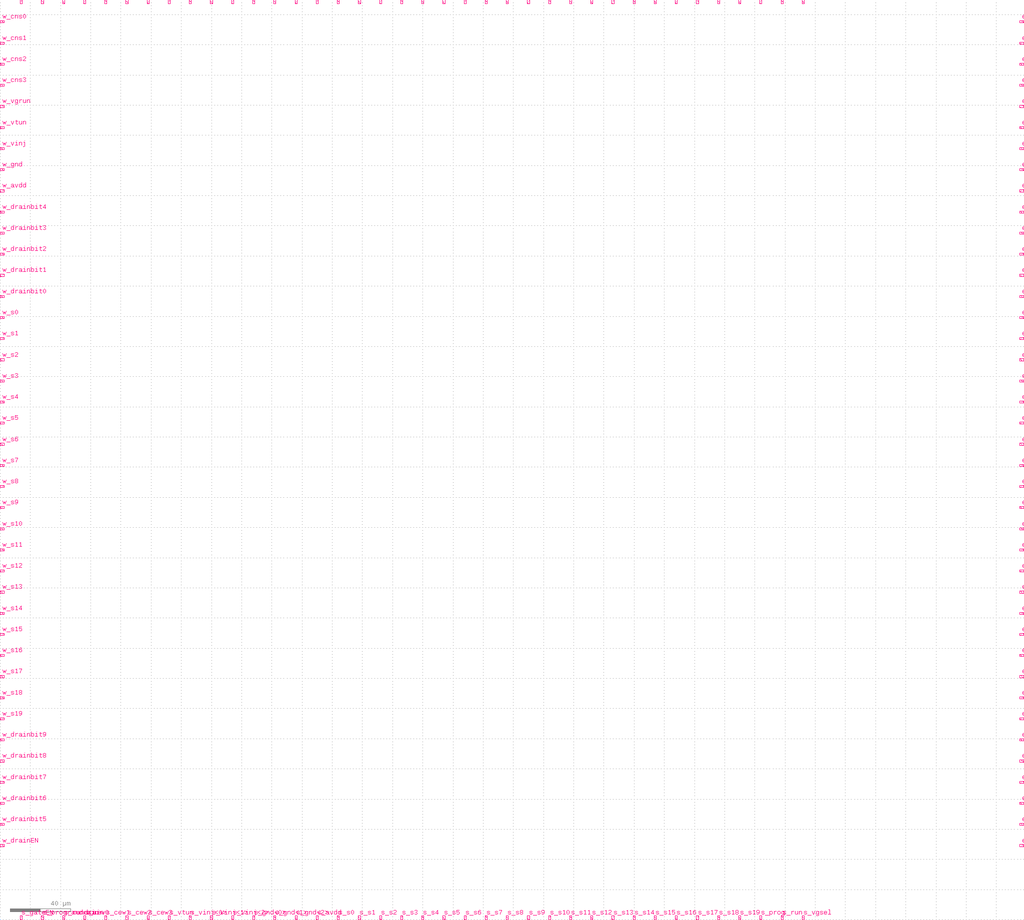
<source format=lef>
VERSION 5.5 ;
NAMESCASESENSITIVE ON ;
BUSBITCHARS "[]" ;
DIVIDERCHAR "/" ;

PROPERTYDEFINITIONS
  LAYER routingPitch REAL ;
END PROPERTYDEFINITIONS

UNITS
  DATABASE MICRONS 1000 ;
END UNITS
MANUFACTURINGGRID 0.01 ;
LAYER POLY1
  TYPE MASTERSLICE ;
END POLY1

LAYER CONT
  TYPE CUT ;
  SPACING 0.4 ;
END CONT

LAYER METAL1
  TYPE ROUTING ;
  DIRECTION HORIZONTAL ;
  PITCH 0 ;
  WIDTH 0.5 ;
  SPACING 0.45 ;
  PROPERTY routingPitch 1.25 ;
END METAL1

LAYER VIA12
  TYPE CUT ;
  SPACING 0.45 ;
END VIA12

LAYER METAL2
  TYPE ROUTING ;
  DIRECTION VERTICAL ;
  PITCH 0 ;
  WIDTH 0.6 ;
  SPACING 0.5 ;
  PROPERTY routingPitch 1.4 ;
END METAL2

LAYER VIA23
  TYPE CUT ;
  SPACING 0.45 ;
END VIA23

LAYER METAL3
  TYPE ROUTING ;
  DIRECTION HORIZONTAL ;
  PITCH 0 ;
  WIDTH 0.6 ;
  SPACING 0.5 ;
  PROPERTY routingPitch 1.25 ;
END METAL3

LAYER VIA34
  TYPE CUT ;
  SPACING 0.45 ;
END VIA34

LAYER METAL4
  TYPE ROUTING ;
  DIRECTION VERTICAL ;
  PITCH 0 ;
  WIDTH 0.6 ;
  SPACING 0.6 ;
  PROPERTY routingPitch 1.4 ;
END METAL4

LAYER OVERLAP
  TYPE OVERLAP ;
END OVERLAP

VIARULE M4_M3 GENERATE
  LAYER METAL3 ;
    ENCLOSURE 0.2 0.2 ;
  LAYER METAL4 ;
    ENCLOSURE 0.15 0.15 ;
  LAYER VIA34 ;
    RECT -0.25 -0.25 0.25 0.25 ;
    SPACING 1 BY 1 ;
END M4_M3

VIARULE M3_M2 GENERATE
  LAYER METAL2 ;
    ENCLOSURE 0.2 0.2 ;
  LAYER METAL3 ;
    ENCLOSURE 0.15 0.15 ;
  LAYER VIA23 ;
    RECT -0.25 -0.25 0.25 0.25 ;
    SPACING 1 BY 1 ;
END M3_M2

VIARULE M2_M1 GENERATE
  LAYER METAL1 ;
    ENCLOSURE 0.2 0.2 ;
  LAYER METAL2 ;
    ENCLOSURE 0.15 0.15 ;
  LAYER VIA12 ;
    RECT -0.25 -0.25 0.25 0.25 ;
    SPACING 1 BY 1 ;
END M2_M1

VIARULE M1_POLY1 GENERATE
  LAYER POLY1 ;
    ENCLOSURE 0.2 0.2 ;
  LAYER METAL1 ;
    ENCLOSURE 0.15 0.15 ;
  LAYER CONT ;
    RECT -0.2 -0.2 0.2 0.2 ;
    SPACING 1 BY 1 ;
END M1_POLY1

VIA M1_POLY1
  LAYER CONT ;
    RECT -0.2 -0.2 0.2 0.2 ;
  LAYER POLY1 ;
    RECT -0.4 -0.4 0.4 0.4 ;
  LAYER METAL1 ;
    RECT -0.35 -0.35 0.35 0.35 ;
END M1_POLY1

VIA M2_M1
  LAYER VIA12 ;
    RECT -0.25 -0.25 0.25 0.25 ;
  LAYER METAL2 ;
    RECT -0.4 -0.4 0.4 0.4 ;
  LAYER METAL1 ;
    RECT -0.45 -0.45 0.45 0.45 ;
END M2_M1

VIA M3_M2
  LAYER VIA23 ;
    RECT -0.25 -0.25 0.25 0.25 ;
  LAYER METAL3 ;
    RECT -0.4 -0.4 0.4 0.4 ;
  LAYER METAL2 ;
    RECT -0.45 -0.45 0.45 0.45 ;
END M3_M2

VIA M4_M3
  LAYER VIA34 ;
    RECT -0.25 -0.25 0.25 0.25 ;
  LAYER METAL4 ;
    RECT -0.4 -0.4 0.4 0.4 ;
  LAYER METAL3 ;
    RECT -0.45 -0.45 0.45 0.45 ;
END M4_M3


MACRO TSMC350nm_VinjDecode2to4_vtile_spacing
END TSMC350nm_VinjDecode2to4_vtile_spacing

MACRO TSMC350nm_VinjDecode2to4_vtile_B_bridge
END TSMC350nm_VinjDecode2to4_vtile_B_bridge

MACRO TSMC350nm_VinjDecode2to4_vtile
  PIN Vinj
    DIRECTION INOUT ;
    USE SIGNAL ;
    PORT
      LAYER METAL1 ;
        RECT 7.78 11.04 9.06 11.45 ;
    END
  END Vinj
  PIN OUT<0>
    DIRECTION INOUT ;
    USE SIGNAL ;
    PORT
      LAYER METAL1 ;
        RECT 19.66 18.91 20.11 19.59 ;
    END
  END OUT<0>
  PIN OUT<1>
    DIRECTION INOUT ;
    USE SIGNAL ;
    PORT
      LAYER METAL1 ;
        RECT 19.66 13.41 20.12 14.1 ;
    END
  END OUT<1>
  PIN OUT<2>
    DIRECTION INOUT ;
    USE SIGNAL ;
    PORT
      LAYER METAL1 ;
        RECT 19.66 7.92 20.11 8.59 ;
    END
  END OUT<2>
  PIN OUT<3>
    DIRECTION INOUT ;
    USE SIGNAL ;
    PORT
      LAYER METAL1 ;
        RECT 19.66 2.41 20.11 3.09 ;
    END
  END OUT<3>
  PIN ENABLE
    DIRECTION INOUT ;
    USE SIGNAL ;
    PORT
      LAYER METAL1 ;
        RECT 0.01 3.48 0.71 4.21 ;
    END
  END ENABLE
  PIN GND
    DIRECTION INOUT ;
    USE SIGNAL ;
    PORT
      LAYER METAL1 ;
        RECT 19.52 5.0 20.12 5.99 ;
    END
  END GND
  PIN VINJ
    DIRECTION INOUT ;
    USE SIGNAL ;
    PORT
      LAYER METAL1 ;
        RECT 19.15 21.56 20.05 21.96 ;
    END
  END VINJ
  PIN IN<1>
    DIRECTION INOUT ;
    USE SIGNAL ;
    PORT
      LAYER METAL2 ;
        RECT 6.56 20.89 7.5 22.0 ;
    END
  END IN<1>
  PIN IN<0>
    DIRECTION INOUT ;
    USE SIGNAL ;
    PORT
      LAYER METAL2 ;
        RECT 3.9 20.96 4.5 22.0 ;
    END
  END IN<0>
END TSMC350nm_VinjDecode2to4_vtile

MACRO TSMC350nm_VinjDecode2to4_vtile_A_bridge
END TSMC350nm_VinjDecode2to4_vtile_A_bridge

MACRO TSMC350nm_VinjDecode2to4_vtile_bridge_spacing
END TSMC350nm_VinjDecode2to4_vtile_bridge_spacing

MACRO TSMC350nm_VinjDecode2to4_vtile_D_bridge
END TSMC350nm_VinjDecode2to4_vtile_D_bridge

MACRO TSMC350nm_VinjDecode2to4_vtile_C_bridge
END TSMC350nm_VinjDecode2to4_vtile_C_bridge

MACRO TSMC350nm_drainSelect_progrundrains
  PIN prog_drain<3>
    DIRECTION INOUT ;
    USE SIGNAL ;
    PORT
      LAYER METAL1 ;
        RECT 30.93 0.93 31.86 1.43 ;
    END
  END prog_drain<3>
  PIN prog_drain<2>
    DIRECTION INOUT ;
    USE SIGNAL ;
    PORT
      LAYER METAL1 ;
        RECT 30.97 9.62 31.86 10.12 ;
    END
  END prog_drain<2>
  PIN prog_drain<1>
    DIRECTION INOUT ;
    USE SIGNAL ;
    PORT
      LAYER METAL1 ;
        RECT 31.0 13.97 31.86 14.47 ;
    END
  END prog_drain<1>
  PIN run_drain<3>
    DIRECTION INOUT ;
    USE SIGNAL ;
    PORT
      LAYER METAL1 ;
        RECT 31.01 2.45 31.86 2.95 ;
    END
  END run_drain<3>
  PIN run_drain<2>
    DIRECTION INOUT ;
    USE SIGNAL ;
    PORT
      LAYER METAL1 ;
        RECT 30.94 5.31 31.86 5.81 ;
    END
  END run_drain<2>
  PIN prog_drain<0>
    DIRECTION INOUT ;
    USE SIGNAL ;
    PORT
      LAYER METAL1 ;
        RECT 31.12 20.75 31.86 21.25 ;
    END
  END prog_drain<0>
  PIN GND
    DIRECTION INOUT ;
    USE SIGNAL ;
    PORT
      LAYER METAL2 ;
        RECT 4.19 21.33 4.99 22.0 ;
    END
  END GND
  PIN VINJ
    DIRECTION INOUT ;
    USE SIGNAL ;
    PORT
      LAYER METAL1 ;
        RECT 1.4 21.5 2.8 22.0 ;
    END
  END VINJ
  PIN run_drain<0>
    DIRECTION INOUT ;
    USE SIGNAL ;
    PORT
      LAYER METAL1 ;
        RECT 31.01 19.56 31.86 20.06 ;
    END
  END run_drain<0>
  PIN run_drain<1>
    DIRECTION INOUT ;
    USE SIGNAL ;
    PORT
      LAYER METAL1 ;
        RECT 31.04 16.75 31.86 17.24 ;
    END
  END run_drain<1>
  PIN SELECT<3>
    DIRECTION INOUT ;
    USE SIGNAL ;
    PORT
      LAYER METAL1 ;
        RECT 0.0 2.54 0.67 2.97 ;
    END
  END SELECT<3>
  PIN SELET<2>
    DIRECTION INOUT ;
    USE SIGNAL ;
    PORT
      LAYER METAL1 ;
        RECT 0.0 8.03 0.67 8.46 ;
    END
  END SELET<2>
  PIN SELECT<1>
    DIRECTION INOUT ;
    USE SIGNAL ;
    PORT
      LAYER METAL1 ;
        RECT 0.0 13.54 0.67 13.97 ;
    END
  END SELECT<1>
  PIN SELECT<0>
    DIRECTION INOUT ;
    USE SIGNAL ;
    PORT
      LAYER METAL1 ;
        RECT 0.0 18.9 0.67 19.6 ;
    END
  END SELECT<0>
  PIN VINJ_b
    DIRECTION INOUT ;
    USE SIGNAL ;
    PORT
      LAYER METAL2 ;
        RECT 21.94 0.0 23.29 0.58 ;
    END
  END VINJ_b
  PIN GND_b
    DIRECTION INOUT ;
    USE SIGNAL ;
    PORT
      LAYER METAL2 ;
        RECT 17.16 0.0 18.16 0.58 ;
    END
  END GND_b
  PIN run_drainrail
    DIRECTION INOUT ;
    USE SIGNAL ;
    PORT
      LAYER METAL2 ;
        RECT 27.01 21.19 27.71 22.0 ;
    END
  END run_drainrail
  PIN prog_drainrail
    DIRECTION INOUT ;
    USE SIGNAL ;
    PORT
      LAYER METAL2 ;
        RECT 7.36 21.34 8.16 22.0 ;
    END
  END prog_drainrail
END TSMC350nm_drainSelect_progrundrains

MACRO TSMC350nm_4TGate_ST_draincutoff
  PIN In<0>
    DIRECTION INOUT ;
    USE SIGNAL ;
    PORT
      LAYER METAL1 ;
        RECT 9.96 17.5 10.6 18.45 ;
    END
  END In<0>
  PIN In<1>
    DIRECTION INOUT ;
    USE SIGNAL ;
    PORT
      LAYER METAL1 ;
        RECT 9.91 14.7 10.6 15.93 ;
    END
  END In<1>
  PIN In<2>
    DIRECTION INOUT ;
    USE SIGNAL ;
    PORT
      LAYER METAL1 ;
        RECT 10.01 6.9 10.6 7.8 ;
    END
  END In<2>
  PIN In<3>
    DIRECTION INOUT ;
    USE SIGNAL ;
    PORT
      LAYER METAL1 ;
        RECT 10.02 3.5 10.6 4.3 ;
    END
  END In<3>
  PIN A<0>
    DIRECTION INOUT ;
    USE SIGNAL ;
    PORT
      LAYER METAL1 ;
        RECT 0.0 19.56 1.4 20.06 ;
    END
  END A<0>
  PIN A<1>
    DIRECTION INOUT ;
    USE SIGNAL ;
    PORT
      LAYER METAL1 ;
        RECT 0.0 16.75 1.4 17.25 ;
    END
  END A<1>
  PIN A<2>
    DIRECTION INOUT ;
    USE SIGNAL ;
    PORT
      LAYER METAL1 ;
        RECT 0.0 5.3 1.4 5.8 ;
    END
  END A<2>
  PIN A<3>
    DIRECTION INOUT ;
    USE SIGNAL ;
    PORT
      LAYER METAL1 ;
        RECT 0.0 2.45 1.4 2.95 ;
    END
  END A<3>
  PIN P<0>
    DIRECTION INOUT ;
    USE SIGNAL ;
    PORT
      LAYER METAL1 ;
        RECT 0.0 20.75 1.4 21.25 ;
    END
  END P<0>
  PIN P<1>
    DIRECTION INOUT ;
    USE SIGNAL ;
    PORT
      LAYER METAL1 ;
        RECT 0.0 13.97 1.4 14.47 ;
    END
  END P<1>
  PIN P<2>
    DIRECTION INOUT ;
    USE SIGNAL ;
    PORT
      LAYER METAL1 ;
        RECT 0.0 9.62 1.4 10.12 ;
    END
  END P<2>
  PIN P<3>
    DIRECTION INOUT ;
    USE SIGNAL ;
    PORT
      LAYER METAL1 ;
        RECT 0.0 0.93 1.4 1.43 ;
    END
  END P<3>
  PIN PR<0>
    DIRECTION INOUT ;
    USE SIGNAL ;
    PORT
      LAYER METAL1 ;
        RECT 10.0 20.3 10.6 21.25 ;
    END
  END PR<0>
  PIN PR<1>
    DIRECTION INOUT ;
    USE SIGNAL ;
    PORT
      LAYER METAL1 ;
        RECT 10.13 11.9 10.6 12.8 ;
    END
  END PR<1>
  PIN PR<2>
    DIRECTION INOUT ;
    USE SIGNAL ;
    PORT
      LAYER METAL1 ;
        RECT 10.0 9.4 10.6 10.3 ;
    END
  END PR<2>
  PIN PR<3>
    DIRECTION INOUT ;
    USE SIGNAL ;
    PORT
      LAYER METAL1 ;
        RECT 10.0 0.7 10.6 1.6 ;
    END
  END PR<3>
  PIN VDD_b
    DIRECTION INOUT ;
    USE SIGNAL ;
    PORT
      LAYER METAL2 ;
        RECT 7.89 0.0 8.79 0.54 ;
    END
  END VDD_b
  PIN RUN
    DIRECTION INOUT ;
    USE SIGNAL ;
    PORT
      LAYER METAL2 ;
        RECT 5.9 21.13 6.5 22.0 ;
    END
  END RUN
  PIN VDD
    DIRECTION INOUT ;
    USE SIGNAL ;
    PORT
      LAYER METAL2 ;
        RECT 7.89 21.3 8.79 22.0 ;
    END
  END VDD
  PIN GND
    DIRECTION INOUT ;
    USE SIGNAL ;
    PORT
      LAYER METAL2 ;
        RECT 3.35 21.3 4.25 22.0 ;
    END
  END GND
  PIN GND_b
    DIRECTION INOUT ;
    USE SIGNAL ;
    PORT
      LAYER METAL2 ;
        RECT 3.35 0.0 4.25 0.73 ;
    END
  END GND_b
  PIN RUN_b
    DIRECTION INOUT ;
    USE SIGNAL ;
    PORT
      LAYER METAL2 ;
        RECT 5.9 0.0 6.5 0.71 ;
    END
  END RUN_b
END TSMC350nm_4TGate_ST_draincutoff

MACRO TSMC350nm_IndirectSwitches
  PIN GND_T
    DIRECTION INOUT ;
    USE SIGNAL ;
    PORT
      LAYER METAL2 ;
        RECT 15.4 21.0 16.2 22.0 ;
    END
  END GND_T
  PIN VINJ_T
    DIRECTION INOUT ;
    USE SIGNAL ;
    PORT
      LAYER METAL2 ;
        RECT 6.3 21.04 7.32 22.0 ;
    END
  END VINJ_T
  PIN VDD<1>
    DIRECTION INOUT ;
    USE SIGNAL ;
    PORT
      LAYER METAL2 ;
        RECT 24.5 0.0 25.1 0.75 ;
    END
  END VDD<1>
  PIN VTUN
    DIRECTION INOUT ;
    USE SIGNAL ;
    PORT
      LAYER METAL2 ;
        RECT 13.3 0.0 13.9 0.82 ;
    END
  END VTUN
  PIN GND<0>
    DIRECTION INOUT ;
    USE SIGNAL ;
    PORT
      LAYER METAL2 ;
        RECT 11.2 0.0 11.8 0.85 ;
    END
  END GND<0>
  PIN GNDV<1>
    DIRECTION INOUT ;
    USE SIGNAL ;
    PORT
      LAYER METAL2 ;
        RECT 15.47 0.0 15.95 1.0 ;
    END
  END GNDV<1>
  PIN VINJ
    DIRECTION INOUT ;
    USE SIGNAL ;
    PORT
      LAYER METAL2 ;
        RECT 4.2 0.0 4.8 1.0 ;
    END
  END VINJ
  PIN VDD<0>
    DIRECTION INOUT ;
    USE SIGNAL ;
    PORT
      LAYER METAL2 ;
        RECT 2.1 0.0 2.7 1.09 ;
    END
  END VDD<0>
  PIN Vg<0>
    DIRECTION INOUT ;
    USE SIGNAL ;
    PORT
      LAYER METAL2 ;
        RECT 8.4 0.005 9.0 0.825 ;
    END
  END Vg<0>
  PIN CTRL_B<0>
    DIRECTION INOUT ;
    USE SIGNAL ;
    PORT
      LAYER METAL2 ;
        RECT 6.3 0.01 6.9 0.76 ;
    END
  END CTRL_B<0>
  PIN CTRL_B<1>
    DIRECTION INOUT ;
    USE SIGNAL ;
    PORT
      LAYER METAL2 ;
        RECT 20.3 0.01 20.9 0.75 ;
    END
  END CTRL_B<1>
  PIN Vg<1>
    DIRECTION INOUT ;
    USE SIGNAL ;
    PORT
      LAYER METAL2 ;
        RECT 18.2 0.0 18.8 0.76 ;
    END
  END Vg<1>
  PIN decode<0>
    DIRECTION INOUT ;
    USE SIGNAL ;
    PORT
      LAYER METAL2 ;
        RECT 3.46 21.16 4.8 22.0 ;
    END
  END decode<0>
  PIN RUN_IN<1>
    DIRECTION INOUT ;
    USE SIGNAL ;
    PORT
      LAYER METAL2 ;
        RECT 17.5 21.01 18.1 22.0 ;
    END
  END RUN_IN<1>
  PIN RUN_IN<0>
    DIRECTION INOUT ;
    USE SIGNAL ;
    PORT
      LAYER METAL2 ;
        RECT 10.5 20.9 11.1 22.0 ;
    END
  END RUN_IN<0>
  PIN VPWR<1>
    DIRECTION INOUT ;
    USE SIGNAL ;
    PORT
      LAYER METAL2 ;
        RECT 21.7 21.08 22.3 22.0 ;
    END
  END VPWR<1>
  PIN decode<1>
    DIRECTION INOUT ;
    USE SIGNAL ;
    PORT
      LAYER METAL2 ;
        RECT 23.8 21.09 25.0 22.0 ;
    END
  END decode<1>
  PIN VPWR<0>
    DIRECTION INOUT ;
    USE SIGNAL ;
    PORT
      LAYER METAL2 ;
        RECT 1.71 21.21 2.43 22.0 ;
    END
  END VPWR<0>
  PIN VTUN_T
    DIRECTION INOUT ;
    USE SIGNAL ;
    PORT
      LAYER METAL2 ;
        RECT 12.6 21.12 13.7 22.0 ;
    END
  END VTUN_T
  PIN vtun_l
    DIRECTION INOUT ;
    USE SIGNAL ;
    PORT
      LAYER METAL1 ;
        RECT 0.0 0.9 1.31 1.88 ;
    END
  END vtun_l
  PIN vtun_r
    DIRECTION INOUT ;
    USE SIGNAL ;
    PORT
      LAYER METAL1 ;
        RECT 26.17 0.9 27.46 2.17 ;
    END
  END vtun_r
  PIN vgsel_r
    DIRECTION INOUT ;
    USE SIGNAL ;
    PORT
      LAYER METAL1 ;
        RECT 26.52 3.15 27.46 4.45 ;
    END
  END vgsel_r
  PIN prog_r
    DIRECTION INOUT ;
    USE SIGNAL ;
    PORT
      LAYER METAL1 ;
        RECT 26.59 9.15 27.46 10.55 ;
    END
  END prog_r
  PIN run_r
    DIRECTION INOUT ;
    USE SIGNAL ;
    PORT
      LAYER METAL1 ;
        RECT 26.28 6.05 27.46 7.29 ;
    END
  END run_r
  PIN RUN
    DIRECTION INOUT ;
    USE SIGNAL ;
    PORT
      LAYER METAL1 ;
        RECT 0.0 6.05 0.91 7.29 ;
    END
  END RUN
  PIN PROG
    DIRECTION INOUT ;
    USE SIGNAL ;
    PORT
      LAYER METAL1 ;
        RECT 0.0 9.15 0.87 10.55 ;
    END
  END PROG
  PIN Vgsel
    DIRECTION INOUT ;
    USE SIGNAL ;
    PORT
      LAYER METAL1 ;
        RECT 0.0 3.72 0.91 4.45 ;
    END
  END Vgsel
END TSMC350nm_IndirectSwitches

MACRO TSMC350nm_VinjDecode2to4_htile
  PIN IN<1>
    DIRECTION INOUT ;
    USE SIGNAL ;
    PORT
      LAYER METAL1 ;
        RECT 0.0 11.85 0.9 12.74 ;
    END
  END IN<1>
  PIN IN<0>
    DIRECTION INOUT ;
    USE SIGNAL ;
    PORT
      LAYER METAL1 ;
        RECT 0.0 10.13 0.87 11.1 ;
    END
  END IN<0>
  PIN VINJ
    DIRECTION INOUT ;
    USE SIGNAL ;
    PORT
      LAYER METAL1 ;
        RECT 0.0 1.99 0.5 2.49 ;
    END
  END VINJ
  PIN GND
    DIRECTION INOUT ;
    USE SIGNAL ;
    PORT
      LAYER METAL1 ;
        RECT 0.0 6.99 0.51 7.49 ;
    END
  END GND
  PIN GND_b<1>
    DIRECTION INOUT ;
    USE SIGNAL ;
    PORT
      LAYER METAL2 ;
        RECT 40.32 0.0 40.92 1.79 ;
    END
  END GND_b<1>
  PIN VINJ_b<1>
    DIRECTION INOUT ;
    USE SIGNAL ;
    PORT
      LAYER METAL2 ;
        RECT 22.1 0.0 22.7 1.44 ;
    END
  END VINJ_b<1>
  PIN GND_b<0>
    DIRECTION INOUT ;
    USE SIGNAL ;
    PORT
      LAYER METAL2 ;
        RECT 18.85 0.0 19.45 1.41 ;
    END
  END GND_b<0>
  PIN VINJ_b<0>
    DIRECTION INOUT ;
    USE SIGNAL ;
    PORT
      LAYER METAL2 ;
        RECT 1.07 0.0 1.67 1.25 ;
    END
  END VINJ_b<0>
  PIN VINJV
    DIRECTION INOUT ;
    USE SIGNAL ;
    PORT
      LAYER METAL2 ;
        RECT 23.7 21.26 24.31 22.0 ;
    END
  END VINJV
  PIN GNDV
    DIRECTION INOUT ;
    USE SIGNAL ;
    PORT
      LAYER METAL2 ;
        RECT 25.84 21.28 26.44 22.0 ;
    END
  END GNDV
  PIN RUN_OUT<3>
    DIRECTION INOUT ;
    USE SIGNAL ;
    PORT
      LAYER METAL2 ;
        RECT 34.39 0.0 35.19 0.86 ;
    END
  END RUN_OUT<3>
  PIN RUN_OUT<2>
    DIRECTION INOUT ;
    USE SIGNAL ;
    PORT
      LAYER METAL2 ;
        RECT 28.77 0.0 29.57 0.86 ;
    END
  END RUN_OUT<2>
  PIN RUN_OUT<1>
    DIRECTION INOUT ;
    USE SIGNAL ;
    PORT
      LAYER METAL2 ;
        RECT 13.5 0.0 14.1 0.86 ;
    END
  END RUN_OUT<1>
  PIN RUN_OUT<0>
    DIRECTION INOUT ;
    USE SIGNAL ;
    PORT
      LAYER METAL2 ;
        RECT 7.34 0.0 8.14 0.86 ;
    END
  END RUN_OUT<0>
  PIN ENABLE
    DIRECTION INOUT ;
    USE SIGNAL ;
    PORT
      LAYER METAL2 ;
        RECT 6.29 21.66 6.89 22.0 ;
    END
  END ENABLE
  PIN OUT<2>
    DIRECTION INOUT ;
    USE SIGNAL ;
    PORT
      LAYER METAL2 ;
        RECT 25.28 0.0 25.87 0.87 ;
    END
  END OUT<2>
  PIN OUT<3>
    DIRECTION INOUT ;
    USE SIGNAL ;
    PORT
      LAYER METAL2 ;
        RECT 37.14 0.0 37.73 0.83 ;
    END
  END OUT<3>
  PIN OUT<0>
    DIRECTION INOUT ;
    USE SIGNAL ;
    PORT
      LAYER METAL2 ;
        RECT 4.27 0.0 4.87 0.86 ;
    END
  END OUT<0>
  PIN OUT<1>
    DIRECTION INOUT ;
    USE SIGNAL ;
    PORT
      LAYER METAL2 ;
        RECT 16.14 0.0 16.72 0.85 ;
    END
  END OUT<1>
  PIN VGRUN<0>
    DIRECTION INOUT ;
    USE SIGNAL ;
    PORT
      LAYER METAL2 ;
        RECT 9.1 21.59 9.7 22.0 ;
    END
  END VGRUN<0>
  PIN VGRUN<1>
    DIRECTION INOUT ;
    USE SIGNAL ;
    PORT
      LAYER METAL2 ;
        RECT 11.2 21.6 11.8 22.0 ;
    END
  END VGRUN<1>
  PIN VGRUN<2>
    DIRECTION INOUT ;
    USE SIGNAL ;
    PORT
      LAYER METAL2 ;
        RECT 28.7 21.71 29.3 22.0 ;
    END
  END VGRUN<2>
  PIN VGRUN<3>
    DIRECTION INOUT ;
    USE SIGNAL ;
    PORT
      LAYER METAL2 ;
        RECT 33.6 21.54 34.2 22.0 ;
    END
  END VGRUN<3>
END TSMC350nm_VinjDecode2to4_htile

MACRO TSMC350nm_VinjDecode2to4_htile_A_bridge
  PIN VGRUN<3>
    DIRECTION INOUT ;
    USE SIGNAL ;
    PORT
      LAYER METAL2 ;
        RECT 34.5 9.46 35.1 10.0 ;
    END
  END VGRUN<3>
  PIN VGRUN<2>
    DIRECTION INOUT ;
    USE SIGNAL ;
    PORT
      LAYER METAL2 ;
        RECT 26.6 9.56 27.2 10.0 ;
    END
  END VGRUN<2>
  PIN VGRUN<1>
    DIRECTION INOUT ;
    USE SIGNAL ;
    PORT
      LAYER METAL2 ;
        RECT 13.5 9.46 14.1 10.0 ;
    END
  END VGRUN<1>
  PIN VGRUN<0>
    DIRECTION INOUT ;
    USE SIGNAL ;
    PORT
      LAYER METAL2 ;
        RECT 5.6 9.52 6.2 10.0 ;
    END
  END VGRUN<0>
END TSMC350nm_VinjDecode2to4_htile_A_bridge

MACRO TSMC350nm_VinjDecode2to4_htile_B_bridge
  PIN VGRUN<0>
    DIRECTION INOUT ;
    USE SIGNAL ;
    PORT
      LAYER METAL2 ;
        RECT 9.1 9.52 9.7 10.0 ;
    END
  END VGRUN<0>
  PIN VGRUN<1>
    DIRECTION INOUT ;
    USE SIGNAL ;
    PORT
      LAYER METAL2 ;
        RECT 11.2 9.52 11.8 10.0 ;
    END
  END VGRUN<1>
  PIN VGRUN<2>
    DIRECTION INOUT ;
    USE SIGNAL ;
    PORT
      LAYER METAL2 ;
        RECT 28.7 9.5 29.3 10.0 ;
    END
  END VGRUN<2>
  PIN VGRUN<3>
    DIRECTION INOUT ;
    USE SIGNAL ;
    PORT
      LAYER METAL2 ;
        RECT 33.6 9.51 34.2 10.0 ;
    END
  END VGRUN<3>
END TSMC350nm_VinjDecode2to4_htile_B_bridge

MACRO TSMC350nm_VinjDecode2to4_htile_C_bridge
  PIN VGRUN<0>
    DIRECTION INOUT ;
    USE SIGNAL ;
    PORT
      LAYER METAL2 ;
        RECT 9.1 9.54 9.7 10.0 ;
    END
  END VGRUN<0>
  PIN VGRUN<1>
    DIRECTION INOUT ;
    USE SIGNAL ;
    PORT
      LAYER METAL2 ;
        RECT 11.2 9.57 11.8 10.0 ;
    END
  END VGRUN<1>
  PIN VGRUN<2>
    DIRECTION INOUT ;
    USE SIGNAL ;
    PORT
      LAYER METAL2 ;
        RECT 28.7 9.59 29.3 10.0 ;
    END
  END VGRUN<2>
  PIN VGRUN<3>
    DIRECTION INOUT ;
    USE SIGNAL ;
    PORT
      LAYER METAL2 ;
        RECT 33.6 9.57 34.2 10.0 ;
    END
  END VGRUN<3>
END TSMC350nm_VinjDecode2to4_htile_C_bridge

MACRO TSMC350nm_VinjDecode2to4_htile_D_bridge
  PIN VGRUN<0>
    DIRECTION INOUT ;
    USE SIGNAL ;
    PORT
      LAYER METAL2 ;
        RECT 9.1 9.58 9.7 10.0 ;
    END
  END VGRUN<0>
  PIN VGRUN<1>
    DIRECTION INOUT ;
    USE SIGNAL ;
    PORT
      LAYER METAL2 ;
        RECT 11.2 9.55 11.8 10.0 ;
    END
  END VGRUN<1>
  PIN VGRUN<2>
    DIRECTION INOUT ;
    USE SIGNAL ;
    PORT
      LAYER METAL2 ;
        RECT 28.7 9.58 29.3 10.0 ;
    END
  END VGRUN<2>
  PIN VGRUN<3>
    DIRECTION INOUT ;
    USE SIGNAL ;
    PORT
      LAYER METAL2 ;
        RECT 33.6 9.57 34.2 10.0 ;
    END
  END VGRUN<3>
END TSMC350nm_VinjDecode2to4_htile_D_bridge

MACRO TSMC350nm_VinjDecode2to4_htile_spacing
  PIN VGRUN<0>
    DIRECTION INOUT ;
    USE SIGNAL ;
    PORT
      LAYER METAL2 ;
        RECT 9.1 21.59 9.7 22.0 ;
    END
  END VGRUN<0>
  PIN VGRUN<1>
    DIRECTION INOUT ;
    USE SIGNAL ;
    PORT
      LAYER METAL2 ;
        RECT 11.2 21.52 11.8 22.0 ;
    END
  END VGRUN<1>
  PIN VGRUN<2>
    DIRECTION INOUT ;
    USE SIGNAL ;
    PORT
      LAYER METAL2 ;
        RECT 28.7 21.54 29.3 22.0 ;
    END
  END VGRUN<2>
  PIN VGRUN<3>
    DIRECTION INOUT ;
    USE SIGNAL ;
    PORT
      LAYER METAL2 ;
        RECT 33.6 21.55 34.2 22.0 ;
    END
  END VGRUN<3>
END TSMC350nm_VinjDecode2to4_htile_spacing

MACRO TSMC350nm_VinjDecode2to4_htile_bridge_spacing
  PIN VGRUN<0>
    DIRECTION INOUT ;
    USE SIGNAL ;
    PORT
      LAYER METAL2 ;
        RECT 9.1 9.52 9.7 9.99 ;
    END
  END VGRUN<0>
  PIN VGRUN<1>
    DIRECTION INOUT ;
    USE SIGNAL ;
    PORT
      LAYER METAL2 ;
        RECT 11.2 9.51 11.8 9.99 ;
    END
  END VGRUN<1>
  PIN VGRUN<2>
    DIRECTION INOUT ;
    USE SIGNAL ;
    PORT
      LAYER METAL2 ;
        RECT 28.7 9.41 29.3 9.99 ;
    END
  END VGRUN<2>
  PIN VGRUN<3>
    DIRECTION INOUT ;
    USE SIGNAL ;
    PORT
      LAYER METAL2 ;
        RECT 33.6 9.47 34.2 9.99 ;
    END
  END VGRUN<3>
END TSMC350nm_VinjDecode2to4_htile_bridge_spacing

MACRO TSMC350nm_NandPfets
  PIN SOURCE_P
    DIRECTION INOUT ;
    USE SIGNAL ;
    PORT
      LAYER METAL1 ;
        RECT 0.0 2.1 1.4 3.5 ;
    END
  END SOURCE_P
  PIN GATE_P
    DIRECTION INOUT ;
    USE SIGNAL ;
    PORT
      LAYER METAL1 ;
        RECT 0.0 6.3 1.4 7.7 ;
    END
  END GATE_P
  PIN GATE_N
    DIRECTION INOUT ;
    USE SIGNAL ;
    PORT
      LAYER METAL1 ;
        RECT 0.0 18.9 1.4 20.3 ;
    END
  END GATE_N
  PIN SOURCE_N
    DIRECTION INOUT ;
    USE SIGNAL ;
    PORT
      LAYER METAL1 ;
        RECT 0.0 14.7 1.4 16.1 ;
    END
  END SOURCE_N
  PIN DRAIN_P
    DIRECTION INOUT ;
    USE SIGNAL ;
    PORT
      LAYER METAL1 ;
        RECT 20.3 10.5 21.7 11.9 ;
    END
  END DRAIN_P
  PIN DRAIN_N
    DIRECTION INOUT ;
    USE SIGNAL ;
    PORT
      LAYER METAL1 ;
        RECT 20.3 14.7 21.7 16.1 ;
    END
  END DRAIN_N
  PIN VPWR
    DIRECTION INOUT ;
    USE SIGNAL ;
    PORT
      LAYER METAL2 ;
        RECT 3.5 20.6 4.9 22.0 ;
    END
  END VPWR
  PIN GND
    DIRECTION INOUT ;
    USE SIGNAL ;
    PORT
      LAYER METAL2 ;
        RECT 14.7 20.6 16.1 22.0 ;
    END
  END GND
  PIN GND_b
    DIRECTION INOUT ;
    USE SIGNAL ;
    PORT
      LAYER METAL2 ;
        RECT 14.7 0.0 16.1 1.4 ;
    END
  END GND_b
  PIN VPWR_b
    DIRECTION INOUT ;
    USE SIGNAL ;
    PORT
      LAYER METAL2 ;
        RECT 3.5 0.0 4.9 1.4 ;
    END
  END VPWR_b
END TSMC350nm_NandPfets

MACRO TSMC350nm_TGate_2nMirror
  PIN GND_b
    DIRECTION INOUT ;
    USE SIGNAL ;
    PORT
      LAYER METAL2 ;
        RECT 14.7 0.0 16.1 1.4 ;
    END
  END GND_b
  PIN VINJ_b
    DIRECTION INOUT ;
    USE SIGNAL ;
    PORT
      LAYER METAL2 ;
        RECT 3.5 0.0 4.9 1.4 ;
    END
  END VINJ_b
  PIN GND
    DIRECTION INOUT ;
    USE SIGNAL ;
    PORT
      LAYER METAL2 ;
        RECT 14.7 20.6 16.1 22.0 ;
    END
  END GND
  PIN VINJ
    DIRECTION INOUT ;
    USE SIGNAL ;
    PORT
      LAYER METAL2 ;
        RECT 3.5 20.6 4.9 22.0 ;
    END
  END VINJ
  PIN IN_CM<0>
    DIRECTION INOUT ;
    USE SIGNAL ;
    PORT
      LAYER METAL1 ;
        RECT 0.0 18.9 1.4 20.3 ;
    END
  END IN_CM<0>
  PIN IN_CM<1>
    DIRECTION INOUT ;
    USE SIGNAL ;
    PORT
      LAYER METAL1 ;
        RECT 0.0 13.3 1.4 14.7 ;
    END
  END IN_CM<1>
  PIN IN_TG
    DIRECTION INOUT ;
    USE SIGNAL ;
    PORT
      LAYER METAL1 ;
        RECT 0.0 0.7 1.42 2.1 ;
    END
  END IN_TG
  PIN SelN
    DIRECTION INOUT ;
    USE SIGNAL ;
    PORT
      LAYER METAL1 ;
        RECT 0.0 9.1 1.4 10.5 ;
    END
  END SelN
  PIN OUT_TG
    DIRECTION INOUT ;
    USE SIGNAL ;
    PORT
      LAYER METAL1 ;
        RECT 24.775 3.5 26.18 4.9 ;
    END
  END OUT_TG
  PIN OUT_CM<1>
    DIRECTION INOUT ;
    USE SIGNAL ;
    PORT
      LAYER METAL1 ;
        RECT 24.775 10.5 26.18 11.9 ;
    END
  END OUT_CM<1>
  PIN OUT_CM<0>
    DIRECTION INOUT ;
    USE SIGNAL ;
    PORT
      LAYER METAL1 ;
        RECT 24.775 17.5 26.18 18.9 ;
    END
  END OUT_CM<0>
END TSMC350nm_TGate_2nMirror

MACRO TSMC350nm_TA2Cell_NoFG
  PIN VIN2_MINUS
    DIRECTION INOUT ;
    USE SIGNAL ;
    PORT
      LAYER METAL1 ;
        RECT 0.0 7.7 1.23 8.2 ;
    END
  END VIN2_MINUS
  PIN OUTPUT2
    DIRECTION INOUT ;
    USE SIGNAL ;
    PORT
      LAYER METAL1 ;
        RECT 103.765 9.8 104.965 10.3 ;
    END
  END OUTPUT2
  PIN DRAIN1
    DIRECTION INOUT ;
    USE SIGNAL ;
    PORT
      LAYER METAL1 ;
        RECT 0.0 16.1 0.875 16.6 ;
    END
  END DRAIN1
  PIN VIN1_MINUS
    DIRECTION INOUT ;
    USE SIGNAL ;
    PORT
      LAYER METAL1 ;
        RECT 0.0 11.9 1.2 12.4 ;
    END
  END VIN1_MINUS
  PIN DRAIN2
    DIRECTION INOUT ;
    USE SIGNAL ;
    PORT
      LAYER METAL1 ;
        RECT 0.0 5.6 0.885 6.1 ;
    END
  END DRAIN2
  PIN VIN1_PLUS
    DIRECTION INOUT ;
    USE SIGNAL ;
    PORT
      LAYER METAL1 ;
        RECT 0.0 14.0 1.125 14.5 ;
    END
  END VIN1_PLUS
  PIN VIN2_PLUS
    DIRECTION INOUT ;
    USE SIGNAL ;
    PORT
      LAYER METAL1 ;
        RECT 0.0 9.8 1.185 10.3 ;
    END
  END VIN2_PLUS
  PIN OUTPUT1
    DIRECTION INOUT ;
    USE SIGNAL ;
    PORT
      LAYER METAL1 ;
        RECT 103.7 11.9 104.96 12.4 ;
    END
  END OUTPUT1
  PIN VPWR_b
    DIRECTION INOUT ;
    USE SIGNAL ;
    PORT
      LAYER METAL2 ;
        RECT 93.8 0.0 94.4 0.75 ;
    END
  END VPWR_b
  PIN GND_b
    DIRECTION INOUT ;
    USE SIGNAL ;
    PORT
      LAYER METAL2 ;
        RECT 79.8 0.0 80.4 0.81 ;
    END
  END GND_b
  PIN VINJ_b
    DIRECTION INOUT ;
    USE SIGNAL ;
    PORT
      LAYER METAL2 ;
        RECT 44.1 0.0 44.7 0.83 ;
    END
  END VINJ_b
  PIN COLSEL1_b
    DIRECTION INOUT ;
    USE SIGNAL ;
    PORT
      LAYER METAL2 ;
        RECT 39.2 0.0 39.8 0.75 ;
    END
  END COLSEL1_b
  PIN GATE1
    DIRECTION INOUT ;
    USE SIGNAL ;
    PORT
      LAYER METAL2 ;
        RECT 10.5 21.525 11.1 21.98 ;
    END
  END GATE1
  PIN VTUN
    DIRECTION INOUT ;
    USE SIGNAL ;
    PORT
      LAYER METAL2 ;
        RECT 2.8 21.435 3.4 21.965 ;
    END
  END VTUN
  PIN VINJ
    DIRECTION INOUT ;
    USE SIGNAL ;
    PORT
      LAYER METAL2 ;
        RECT 44.1 21.33 44.7 21.875 ;
    END
  END VINJ
  PIN VPWR
    DIRECTION INOUT ;
    USE SIGNAL ;
    PORT
      LAYER METAL2 ;
        RECT 93.8 21.585 94.4 21.99 ;
    END
  END VPWR
  PIN COLSEL1
    DIRECTION INOUT ;
    USE SIGNAL ;
    PORT
      LAYER METAL2 ;
        RECT 39.2 21.615 39.8 21.985 ;
    END
  END COLSEL1
  PIN GND
    DIRECTION INOUT ;
    USE SIGNAL ;
    PORT
      LAYER METAL2 ;
        RECT 79.8 21.52 80.4 21.98 ;
    END
  END GND
  PIN VTUN_b
    DIRECTION INOUT ;
    USE SIGNAL ;
    PORT
      LAYER METAL2 ;
        RECT 2.8 0.0 3.4 0.98 ;
    END
  END VTUN_b
  PIN GATE1_b
    DIRECTION INOUT ;
    USE SIGNAL ;
    PORT
      LAYER METAL2 ;
        RECT 10.5 0.0 11.1 0.79 ;
    END
  END GATE1_b
END TSMC350nm_TA2Cell_NoFG

MACRO TSMC350nm_GorS_IndrctSwcs
  PIN Vgrun
    DIRECTION INOUT ;
    USE SIGNAL ;
    PORT
      LAYER METAL1 ;
        RECT 0.0 42.65 0.24 43.15 ;
    END
  END Vgrun
  PIN prog_r
    DIRECTION INOUT ;
    USE SIGNAL ;
    PORT
      LAYER METAL1 ;
        RECT 26.84 15.06 27.46 15.96 ;
    END
  END prog_r
  PIN run_r
    DIRECTION INOUT ;
    USE SIGNAL ;
    PORT
      LAYER METAL1 ;
        RECT 27.18 16.41 27.46 17.21 ;
    END
  END run_r
  PIN Vgrun_r
    DIRECTION INOUT ;
    USE SIGNAL ;
    PORT
      LAYER METAL1 ;
        RECT 26.25 42.65 27.46 43.15 ;
    END
  END Vgrun_r
  PIN AVDD_r
    DIRECTION INOUT ;
    USE SIGNAL ;
    PORT
      LAYER METAL1 ;
        RECT 27.23 24.88 27.46 25.88 ;
    END
  END AVDD_r
  PIN AVDD
    DIRECTION INOUT ;
    USE SIGNAL ;
    PORT
      LAYER METAL1 ;
        RECT 0.0 24.88 0.24 25.88 ;
    END
  END AVDD
  PIN prog
    DIRECTION INOUT ;
    USE SIGNAL ;
    PORT
      LAYER METAL1 ;
        RECT 0.0 15.06 0.24 15.56 ;
    END
  END prog
  PIN run
    DIRECTION INOUT ;
    USE SIGNAL ;
    PORT
      LAYER METAL1 ;
        RECT 0.0 16.41 0.24 17.21 ;
    END
  END run
  PIN Vsel<1>
    DIRECTION INOUT ;
    USE SIGNAL ;
    PORT
      LAYER METAL2 ;
        RECT 20.3 44.64 20.9 45.02 ;
    END
  END Vsel<1>
  PIN VTUN
    DIRECTION INOUT ;
    USE SIGNAL ;
    PORT
      LAYER METAL2 ;
        RECT 13.3 44.64 13.9 45.02 ;
    END
  END VTUN
  PIN Vsel<0>
    DIRECTION INOUT ;
    USE SIGNAL ;
    PORT
      LAYER METAL2 ;
        RECT 5.6 44.64 6.7 45.02 ;
    END
  END Vsel<0>
  PIN GND
    DIRECTION INOUT ;
    USE SIGNAL ;
    PORT
      LAYER METAL2 ;
        RECT 15.41 44.64 16.01 45.02 ;
    END
  END GND
  PIN VINJ
    DIRECTION INOUT ;
    USE SIGNAL ;
    PORT
      LAYER METAL2 ;
        RECT 22.4 44.27 23.26 45.02 ;
    END
  END VINJ
  PIN Vg_global<0>
    DIRECTION INOUT ;
    USE SIGNAL ;
    PORT
      LAYER METAL2 ;
        RECT 8.4 44.64 9.0 45.02 ;
    END
  END Vg_global<0>
  PIN Input<1>
    DIRECTION INOUT ;
    USE SIGNAL ;
    PORT
      LAYER METAL2 ;
        RECT 24.5 44.54 25.1 45.02 ;
    END
  END Input<1>
  PIN Vg_global<1>
    DIRECTION INOUT ;
    USE SIGNAL ;
    PORT
      LAYER METAL2 ;
        RECT 18.2 44.64 18.8 45.02 ;
    END
  END Vg_global<1>
  PIN Vs_AorB_mtrx<1>
    DIRECTION INOUT ;
    USE SIGNAL ;
    PORT
      LAYER METAL2 ;
        RECT 24.5 0.0 25.1 0.31 ;
    END
  END Vs_AorB_mtrx<1>
  PIN Vg_AorB_mtrx<1>
    DIRECTION INOUT ;
    USE SIGNAL ;
    PORT
      LAYER METAL2 ;
        RECT 18.46 0.0 19.06 0.31 ;
    END
  END Vg_AorB_mtrx<1>
  PIN Vg_AorB_mtrx<0>
    DIRECTION INOUT ;
    USE SIGNAL ;
    PORT
      LAYER METAL2 ;
        RECT 8.4 0.0 9.0 0.31 ;
    END
  END Vg_AorB_mtrx<0>
  PIN Vs_AorB_mtrx<0>
    DIRECTION INOUT ;
    USE SIGNAL ;
    PORT
      LAYER METAL2 ;
        RECT 2.1 0.0 2.7 0.31 ;
    END
  END Vs_AorB_mtrx<0>
  PIN Input<0>
    DIRECTION INOUT ;
    USE SIGNAL ;
    PORT
      LAYER METAL2 ;
        RECT 2.1 44.64 2.7 45.02 ;
    END
  END Input<0>
  PIN fg_pu<1>
    DIRECTION INOUT ;
    USE SIGNAL ;
    PORT
      LAYER METAL2 ;
        RECT 16.86 0.0 17.46 0.31 ;
    END
  END fg_pu<1>
  PIN fg_pu<0>
    DIRECTION INOUT ;
    USE SIGNAL ;
    PORT
      LAYER METAL2 ;
        RECT 10.0 0.0 10.6 0.31 ;
    END
  END fg_pu<0>
END TSMC350nm_GorS_IndrctSwcs

MACRO S_BLOCK_CONN_PINS
  PIN s<3>
    DIRECTION INOUT ;
    USE SIGNAL ;
    PORT
      LAYER METAL2 ;
        RECT 4.9 0.0 5.5 0.31 ;
    END
  END s<3>
  PIN s<0>
    DIRECTION INOUT ;
    USE SIGNAL ;
    PORT
      LAYER METAL2 ;
        RECT 6.3 0.0 6.9 0.31 ;
    END
  END s<0>
  PIN s<2>
    DIRECTION INOUT ;
    USE SIGNAL ;
    PORT
      LAYER METAL2 ;
        RECT 2.1 0.0 2.7 0.31 ;
    END
  END s<2>
  PIN s<1>
    DIRECTION INOUT ;
    USE SIGNAL ;
    PORT
      LAYER METAL2 ;
        RECT 0.7 0.0 1.3 0.31 ;
    END
  END s<1>
  PIN n<2>
    DIRECTION INOUT ;
    USE SIGNAL ;
    PORT
      LAYER METAL2 ;
        RECT 3.5 21.66 4.1 22.0 ;
    END
  END n<2>
  PIN n<0>
    DIRECTION INOUT ;
    USE SIGNAL ;
    PORT
      LAYER METAL2 ;
        RECT 0.7 21.66 1.3 22.0 ;
    END
  END n<0>
  PIN n<3>
    DIRECTION INOUT ;
    USE SIGNAL ;
    PORT
      LAYER METAL3 ;
        RECT 4.9 21.35 5.5 22.0 ;
    END
  END n<3>
  PIN n<1>
    DIRECTION INOUT ;
    USE SIGNAL ;
    PORT
      LAYER METAL3 ;
        RECT 2.1 21.34 2.7 22.0 ;
    END
  END n<1>
END S_BLOCK_CONN_PINS

MACRO S_BLOCK_23CONN
END S_BLOCK_23CONN

MACRO S_BLOCK_SEC2_PINS
  PIN GND_b<0>
    DIRECTION INOUT ;
    USE SIGNAL ;
    PORT
      LAYER METAL2 ;
        RECT 11.2 0.0 11.8 1.46 ;
    END
  END GND_b<0>
  PIN GND_b<1>
    DIRECTION INOUT ;
    USE SIGNAL ;
    PORT
      LAYER METAL2 ;
        RECT 15.31 0.0 16.01 1.44 ;
    END
  END GND_b<1>
  PIN VTUN_b
    DIRECTION INOUT ;
    USE SIGNAL ;
    PORT
      LAYER METAL2 ;
        RECT 13.3 0.0 14.07 1.46 ;
    END
  END VTUN_b
  PIN Vg<1>
    DIRECTION INOUT ;
    USE SIGNAL ;
    PORT
      LAYER METAL2 ;
        RECT 8.4 21.6 9.0 22.0 ;
    END
  END Vg<1>
  PIN Vsel<1>
    DIRECTION INOUT ;
    USE SIGNAL ;
    PORT
      LAYER METAL2 ;
        RECT 6.3 21.64 6.9 22.0 ;
    END
  END Vsel<1>
  PIN Vg<0>
    DIRECTION INOUT ;
    USE SIGNAL ;
    PORT
      LAYER METAL2 ;
        RECT 18.2 21.68 18.8 22.0 ;
    END
  END Vg<0>
  PIN Vsel<0>
    DIRECTION INOUT ;
    USE SIGNAL ;
    PORT
      LAYER METAL2 ;
        RECT 20.3 21.64 20.9 22.0 ;
    END
  END Vsel<0>
  PIN GND
    DIRECTION INOUT ;
    USE SIGNAL ;
    PORT
      LAYER METAL2 ;
        RECT 11.2 21.53 11.8 22.0 ;
    END
  END GND
  PIN VTUN
    DIRECTION INOUT ;
    USE SIGNAL ;
    PORT
      LAYER METAL2 ;
        RECT 13.3 21.53 13.9 22.0 ;
    END
  END VTUN
  PIN VINJ
    DIRECTION INOUT ;
    USE SIGNAL ;
    PORT
      LAYER METAL2 ;
        RECT 22.4 21.66 23.0 22.0 ;
    END
  END VINJ
  PIN VINJ_b
    DIRECTION INOUT ;
    USE SIGNAL ;
    PORT
      LAYER METAL2 ;
        RECT 3.51 0.0 4.8 0.48 ;
    END
  END VINJ_b
  PIN Vg_b<0>
    DIRECTION INOUT ;
    USE SIGNAL ;
    PORT
      LAYER METAL2 ;
        RECT 17.4 0.0 18.8 0.72 ;
    END
  END Vg_b<0>
  PIN Vg_b<1>
    DIRECTION INOUT ;
    USE SIGNAL ;
    PORT
      LAYER METAL2 ;
        RECT 8.4 0.0 9.0 1.46 ;
    END
  END Vg_b<1>
  PIN Vsel_b<0>
    DIRECTION INOUT ;
    USE SIGNAL ;
    PORT
      LAYER METAL2 ;
        RECT 20.3 0.0 21.04 1.42 ;
    END
  END Vsel_b<0>
  PIN Vsel_b<1>
    DIRECTION INOUT ;
    USE SIGNAL ;
    PORT
      LAYER METAL2 ;
        RECT 6.3 0.0 7.06 1.44 ;
    END
  END Vsel_b<1>
END S_BLOCK_SEC2_PINS

MACRO TSMC350nm_4TGate_ST_BMatrix
  PIN In<0>
    DIRECTION INOUT ;
    USE SIGNAL ;
    PORT
      LAYER METAL1 ;
        RECT 0.0 17.5 0.27 18.0 ;
    END
  END In<0>
  PIN In<1>
    DIRECTION INOUT ;
    USE SIGNAL ;
    PORT
      LAYER METAL1 ;
        RECT 0.0 14.7 0.38 15.2 ;
    END
  END In<1>
  PIN In<2>
    DIRECTION INOUT ;
    USE SIGNAL ;
    PORT
      LAYER METAL1 ;
        RECT 0.0 7.0 0.36 7.5 ;
    END
  END In<2>
  PIN In<3>
    DIRECTION INOUT ;
    USE SIGNAL ;
    PORT
      LAYER METAL1 ;
        RECT 0.0 3.5 0.3 4.0 ;
    END
  END In<3>
  PIN A<0>
    DIRECTION INOUT ;
    USE SIGNAL ;
    PORT
      LAYER METAL1 ;
        RECT 10.6 17.6 12.0 18.9 ;
    END
  END A<0>
  PIN A<1>
    DIRECTION INOUT ;
    USE SIGNAL ;
    PORT
      LAYER METAL1 ;
        RECT 10.6 14.9 12.0 16.2 ;
    END
  END A<1>
  PIN A<2>
    DIRECTION INOUT ;
    USE SIGNAL ;
    PORT
      LAYER METAL1 ;
        RECT 10.6 6.8 12.0 8.1 ;
    END
  END A<2>
  PIN A<3>
    DIRECTION INOUT ;
    USE SIGNAL ;
    PORT
      LAYER METAL1 ;
        RECT 10.6 4.1 12.0 5.4 ;
    END
  END A<3>
  PIN P<0>
    DIRECTION INOUT ;
    USE SIGNAL ;
    PORT
      LAYER METAL1 ;
        RECT 10.6 20.3 12.0 21.6 ;
    END
  END P<0>
  PIN P<1>
    DIRECTION INOUT ;
    USE SIGNAL ;
    PORT
      LAYER METAL1 ;
        RECT 10.6 12.2 12.0 13.5 ;
    END
  END P<1>
  PIN P<2>
    DIRECTION INOUT ;
    USE SIGNAL ;
    PORT
      LAYER METAL1 ;
        RECT 10.6 9.5 12.0 10.8 ;
    END
  END P<2>
  PIN P<3>
    DIRECTION INOUT ;
    USE SIGNAL ;
    PORT
      LAYER METAL1 ;
        RECT 10.6 1.4 12.0 2.7 ;
    END
  END P<3>
  PIN GND_b
    DIRECTION INOUT ;
    USE SIGNAL ;
    PORT
      LAYER METAL2 ;
        RECT 6.35 0.0 7.25 0.88 ;
    END
  END GND_b
  PIN Prog_b
    DIRECTION INOUT ;
    USE SIGNAL ;
    PORT
      LAYER METAL2 ;
        RECT 4.1 0.0 4.7 0.78 ;
    END
  END Prog_b
  PIN VDD_b
    DIRECTION INOUT ;
    USE SIGNAL ;
    PORT
      LAYER METAL2 ;
        RECT 1.81 0.0 2.71 0.71 ;
    END
  END VDD_b
  PIN Prog
    DIRECTION INOUT ;
    USE SIGNAL ;
    PORT
      LAYER METAL2 ;
        RECT 4.1 21.3 4.7 22.0 ;
    END
  END Prog
  PIN VDD
    DIRECTION INOUT ;
    USE SIGNAL ;
    PORT
      LAYER METAL2 ;
        RECT 1.81 21.3 2.71 22.0 ;
    END
  END VDD
  PIN GND
    DIRECTION INOUT ;
    USE SIGNAL ;
    PORT
      LAYER METAL2 ;
        RECT 6.35 21.3 7.25 22.0 ;
    END
  END GND
END TSMC350nm_4TGate_ST_BMatrix

MACRO S_BLOCK_SPACE_DOWN_PINS
  PIN s<3>
    DIRECTION INOUT ;
    USE SIGNAL ;
    PORT
      LAYER METAL2 ;
        RECT 4.9 0.0 5.5 0.39 ;
    END
  END s<3>
  PIN s<0>
    DIRECTION INOUT ;
    USE SIGNAL ;
    PORT
      LAYER METAL2 ;
        RECT 6.3 0.0 6.9 0.38 ;
    END
  END s<0>
  PIN s<2>
    DIRECTION INOUT ;
    USE SIGNAL ;
    PORT
      LAYER METAL2 ;
        RECT 2.1 0.0 2.7 0.4 ;
    END
  END s<2>
  PIN s<1>
    DIRECTION INOUT ;
    USE SIGNAL ;
    PORT
      LAYER METAL2 ;
        RECT 0.7 0.0 1.3 0.41 ;
    END
  END s<1>
END S_BLOCK_SPACE_DOWN_PINS

MACRO TSMC350nm_4x2_Indirect
  PIN Vg<1>
    DIRECTION INOUT ;
    USE SIGNAL ;
    PORT
      LAYER METAL2 ;
        RECT 18.2 21.06 18.8 22.0 ;
    END
  END Vg<1>
  PIN Vsel<1>
    DIRECTION INOUT ;
    USE SIGNAL ;
    PORT
      LAYER METAL2 ;
        RECT 20.3 21.08 20.9 22.0 ;
    END
  END Vsel<1>
  PIN VINJ<1>
    DIRECTION INOUT ;
    USE SIGNAL ;
    PORT
      LAYER METAL2 ;
        RECT 22.4 21.05 23.0 22.0 ;
    END
  END VINJ<1>
  PIN Vsel<0>
    DIRECTION INOUT ;
    USE SIGNAL ;
    PORT
      LAYER METAL2 ;
        RECT 6.3 21.2 6.9 22.0 ;
    END
  END Vsel<0>
  PIN Vs<0>
    DIRECTION INOUT ;
    USE SIGNAL ;
    PORT
      LAYER METAL2 ;
        RECT 2.1 21.21 2.7 22.0 ;
    END
  END Vs<0>
  PIN Vs<1>
    DIRECTION INOUT ;
    USE SIGNAL ;
    PORT
      LAYER METAL2 ;
        RECT 24.5 21.06 25.1 22.0 ;
    END
  END Vs<1>
  PIN VTUN
    DIRECTION INOUT ;
    USE SIGNAL ;
    PORT
      LAYER METAL2 ;
        RECT 13.3 21.09 13.9 22.0 ;
    END
  END VTUN
  PIN VINJ<0>
    DIRECTION INOUT ;
    USE SIGNAL ;
    PORT
      LAYER METAL2 ;
        RECT 4.2 21.18 4.8 22.0 ;
    END
  END VINJ<0>
  PIN GND<0>
    DIRECTION INOUT ;
    USE SIGNAL ;
    PORT
      LAYER METAL2 ;
        RECT 11.2 21.07 11.8 22.0 ;
    END
  END GND<0>
  PIN Vg<0>
    DIRECTION INOUT ;
    USE SIGNAL ;
    PORT
      LAYER METAL2 ;
        RECT 8.4 21.03 9.0 22.0 ;
    END
  END Vg<0>
  PIN GND<1>
    DIRECTION INOUT ;
    USE SIGNAL ;
    PORT
      LAYER METAL2 ;
        RECT 15.41 21.06 16.01 22.0 ;
    END
  END GND<1>
  PIN Vs_b<0>
    DIRECTION INOUT ;
    USE SIGNAL ;
    PORT
      LAYER METAL2 ;
        RECT 1.42 0.0 2.7 0.6 ;
    END
  END Vs_b<0>
  PIN VINJ_b<0>
    DIRECTION INOUT ;
    USE SIGNAL ;
    PORT
      LAYER METAL2 ;
        RECT 4.2 0.0 4.8 0.76 ;
    END
  END VINJ_b<0>
  PIN Vsel_b<0>
    DIRECTION INOUT ;
    USE SIGNAL ;
    PORT
      LAYER METAL2 ;
        RECT 6.3 0.0 6.9 0.78 ;
    END
  END Vsel_b<0>
  PIN Vg_b<0>
    DIRECTION INOUT ;
    USE SIGNAL ;
    PORT
      LAYER METAL2 ;
        RECT 8.4 0.0 9.0 0.77 ;
    END
  END Vg_b<0>
  PIN GND_b<0>
    DIRECTION INOUT ;
    USE SIGNAL ;
    PORT
      LAYER METAL2 ;
        RECT 11.2 0.0 11.8 0.76 ;
    END
  END GND_b<0>
  PIN VTUN_b
    DIRECTION INOUT ;
    USE SIGNAL ;
    PORT
      LAYER METAL2 ;
        RECT 13.3 0.0 13.9 0.76 ;
    END
  END VTUN_b
  PIN GND_b<1>
    DIRECTION INOUT ;
    USE SIGNAL ;
    PORT
      LAYER METAL2 ;
        RECT 15.41 0.0 16.01 0.83 ;
    END
  END GND_b<1>
  PIN Vg_b<1>
    DIRECTION INOUT ;
    USE SIGNAL ;
    PORT
      LAYER METAL2 ;
        RECT 18.2 0.0 18.8 0.76 ;
    END
  END Vg_b<1>
  PIN Vsel_b<1>
    DIRECTION INOUT ;
    USE SIGNAL ;
    PORT
      LAYER METAL2 ;
        RECT 20.3 0.0 20.9 0.75 ;
    END
  END Vsel_b<1>
  PIN VINJ_b<1>
    DIRECTION INOUT ;
    USE SIGNAL ;
    PORT
      LAYER METAL2 ;
        RECT 22.4 0.0 23.0 0.77 ;
    END
  END VINJ_b<1>
  PIN Vs_b<1>
    DIRECTION INOUT ;
    USE SIGNAL ;
    PORT
      LAYER METAL2 ;
        RECT 24.5 0.0 25.75 0.61 ;
    END
  END Vs_b<1>
  PIN Vd_Pl<3>
    DIRECTION INOUT ;
    USE SIGNAL ;
    PORT
      LAYER METAL1 ;
        RECT 0.0 0.7 1.47 1.2 ;
    END
  END Vd_Pl<3>
  PIN Vd_Rl<3>
    DIRECTION INOUT ;
    USE SIGNAL ;
    PORT
      LAYER METAL1 ;
        RECT 0.0 3.5 1.45 4.0 ;
    END
  END Vd_Rl<3>
  PIN Vd_Rl<2>
    DIRECTION INOUT ;
    USE SIGNAL ;
    PORT
      LAYER METAL1 ;
        RECT 0.0 7.0 1.4 7.5 ;
    END
  END Vd_Rl<2>
  PIN Vd_Pl<2>
    DIRECTION INOUT ;
    USE SIGNAL ;
    PORT
      LAYER METAL1 ;
        RECT 0.0 9.8 1.41 10.3 ;
    END
  END Vd_Pl<2>
  PIN Vd_Pl<1>
    DIRECTION INOUT ;
    USE SIGNAL ;
    PORT
      LAYER METAL1 ;
        RECT 0.0 11.89 1.43 12.4 ;
    END
  END Vd_Pl<1>
  PIN Vd_Rl<1>
    DIRECTION INOUT ;
    USE SIGNAL ;
    PORT
      LAYER METAL1 ;
        RECT 0.0 14.7 1.46 15.2 ;
    END
  END Vd_Rl<1>
  PIN Vd_Rl<0>
    DIRECTION INOUT ;
    USE SIGNAL ;
    PORT
      LAYER METAL1 ;
        RECT 0.0 17.5 1.43 18.0 ;
    END
  END Vd_Rl<0>
  PIN Vd_Pl<0>
    DIRECTION INOUT ;
    USE SIGNAL ;
    PORT
      LAYER METAL1 ;
        RECT 0.0 20.3 1.4 20.9 ;
    END
  END Vd_Pl<0>
  PIN Vd_P<0>
    DIRECTION INOUT ;
    USE SIGNAL ;
    PORT
      LAYER METAL1 ;
        RECT 26.63 20.3 27.46 20.8 ;
    END
  END Vd_P<0>
  PIN Vd_R<1>
    DIRECTION INOUT ;
    USE SIGNAL ;
    PORT
      LAYER METAL1 ;
        RECT 26.56 14.7 27.44 15.2 ;
    END
  END Vd_R<1>
  PIN Vd_R<3>
    DIRECTION INOUT ;
    USE SIGNAL ;
    PORT
      LAYER METAL1 ;
        RECT 26.5 3.5 27.46 4.0 ;
    END
  END Vd_R<3>
  PIN Vd_P<3>
    DIRECTION INOUT ;
    USE SIGNAL ;
    PORT
      LAYER METAL1 ;
        RECT 26.55 0.7 27.46 1.2 ;
    END
  END Vd_P<3>
  PIN Vd_P<1>
    DIRECTION INOUT ;
    USE SIGNAL ;
    PORT
      LAYER METAL1 ;
        RECT 26.38 11.9 27.46 12.4 ;
    END
  END Vd_P<1>
  PIN Vd_P<2>
    DIRECTION INOUT ;
    USE SIGNAL ;
    PORT
      LAYER METAL1 ;
        RECT 26.51 9.8 27.46 10.3 ;
    END
  END Vd_P<2>
  PIN Vd_R<0>
    DIRECTION INOUT ;
    USE SIGNAL ;
    PORT
      LAYER METAL1 ;
        RECT 26.66 17.5 27.46 18.0 ;
    END
  END Vd_R<0>
  PIN Vd_R<2>
    DIRECTION INOUT ;
    USE SIGNAL ;
    PORT
      LAYER METAL1 ;
        RECT 26.53 7.0 27.46 7.5 ;
    END
  END Vd_R<2>
END TSMC350nm_4x2_Indirect

MACRO tile_analog_frame
  PIN n_gateEN
    DIRECTION INOUT ;
    USE SIGNAL ;
    PORT
      LAYER METAL3 ;
        RECT 13.3 607.09 14.7 609.89 ;
    END
  END n_gateEN
  PIN n_programdrain
    DIRECTION INOUT ;
    USE SIGNAL ;
    PORT
      LAYER METAL3 ;
        RECT 27.3 607.09 28.7 609.89 ;
    END
  END n_programdrain
  PIN n_rundrain
    DIRECTION INOUT ;
    USE SIGNAL ;
    PORT
      LAYER METAL3 ;
        RECT 41.3 607.09 42.7 609.89 ;
    END
  END n_rundrain
  PIN n_cew0
    DIRECTION INOUT ;
    USE SIGNAL ;
    PORT
      LAYER METAL3 ;
        RECT 55.3 607.09 56.7 609.89 ;
    END
  END n_cew0
  PIN n_cew1
    DIRECTION INOUT ;
    USE SIGNAL ;
    PORT
      LAYER METAL3 ;
        RECT 69.3 607.09 70.7 609.89 ;
    END
  END n_cew1
  PIN n_cew2
    DIRECTION INOUT ;
    USE SIGNAL ;
    PORT
      LAYER METAL3 ;
        RECT 83.3 607.09 84.7 609.89 ;
    END
  END n_cew2
  PIN n_cew3
    DIRECTION INOUT ;
    USE SIGNAL ;
    PORT
      LAYER METAL3 ;
        RECT 97.3 607.09 98.7 609.89 ;
    END
  END n_cew3
  PIN n_vtun
    DIRECTION INOUT ;
    USE SIGNAL ;
    PORT
      LAYER METAL3 ;
        RECT 111.3 607.09 112.7 609.89 ;
    END
  END n_vtun
  PIN n_vinj<0>
    DIRECTION INOUT ;
    USE SIGNAL ;
    PORT
      LAYER METAL3 ;
        RECT 125.3 607.09 126.7 609.89 ;
    END
  END n_vinj<0>
  PIN n_vinj<1>
    DIRECTION INOUT ;
    USE SIGNAL ;
    PORT
      LAYER METAL3 ;
        RECT 139.3 607.09 140.7 609.89 ;
    END
  END n_vinj<1>
  PIN n_vinj<2>
    DIRECTION INOUT ;
    USE SIGNAL ;
    PORT
      LAYER METAL3 ;
        RECT 153.3 607.09 154.7 609.89 ;
    END
  END n_vinj<2>
  PIN n_gnd<0>
    DIRECTION INOUT ;
    USE SIGNAL ;
    PORT
      LAYER METAL3 ;
        RECT 167.3 607.09 168.7 609.89 ;
    END
  END n_gnd<0>
  PIN n_gnd<1>
    DIRECTION INOUT ;
    USE SIGNAL ;
    PORT
      LAYER METAL3 ;
        RECT 181.3 607.09 182.7 609.89 ;
    END
  END n_gnd<1>
  PIN n_gnd<2>
    DIRECTION INOUT ;
    USE SIGNAL ;
    PORT
      LAYER METAL3 ;
        RECT 195.3 607.09 196.7 609.89 ;
    END
  END n_gnd<2>
  PIN n_avdd
    DIRECTION INOUT ;
    USE SIGNAL ;
    PORT
      LAYER METAL3 ;
        RECT 209.3 607.09 210.7 609.89 ;
    END
  END n_avdd
  PIN n_s0
    DIRECTION INOUT ;
    USE SIGNAL ;
    PORT
      LAYER METAL3 ;
        RECT 223.3 607.09 224.7 609.89 ;
    END
  END n_s0
  PIN n_s1
    DIRECTION INOUT ;
    USE SIGNAL ;
    PORT
      LAYER METAL3 ;
        RECT 237.3 607.09 238.7 609.89 ;
    END
  END n_s1
  PIN n_s2
    DIRECTION INOUT ;
    USE SIGNAL ;
    PORT
      LAYER METAL3 ;
        RECT 251.3 607.09 252.7 609.89 ;
    END
  END n_s2
  PIN n_s3
    DIRECTION INOUT ;
    USE SIGNAL ;
    PORT
      LAYER METAL3 ;
        RECT 265.3 607.09 266.7 609.89 ;
    END
  END n_s3
  PIN n_s4
    DIRECTION INOUT ;
    USE SIGNAL ;
    PORT
      LAYER METAL3 ;
        RECT 279.3 607.09 280.7 609.89 ;
    END
  END n_s4
  PIN n_s5
    DIRECTION INOUT ;
    USE SIGNAL ;
    PORT
      LAYER METAL3 ;
        RECT 293.3 607.09 294.7 609.89 ;
    END
  END n_s5
  PIN n_s6
    DIRECTION INOUT ;
    USE SIGNAL ;
    PORT
      LAYER METAL3 ;
        RECT 307.3 607.09 308.7 609.89 ;
    END
  END n_s6
  PIN n_s7
    DIRECTION INOUT ;
    USE SIGNAL ;
    PORT
      LAYER METAL3 ;
        RECT 321.3 607.09 322.7 609.89 ;
    END
  END n_s7
  PIN n_s8
    DIRECTION INOUT ;
    USE SIGNAL ;
    PORT
      LAYER METAL3 ;
        RECT 335.3 607.09 336.7 609.89 ;
    END
  END n_s8
  PIN n_s9
    DIRECTION INOUT ;
    USE SIGNAL ;
    PORT
      LAYER METAL3 ;
        RECT 349.3 607.09 350.7 609.89 ;
    END
  END n_s9
  PIN n_s10
    DIRECTION INOUT ;
    USE SIGNAL ;
    PORT
      LAYER METAL3 ;
        RECT 363.3 607.09 364.7 609.89 ;
    END
  END n_s10
  PIN n_s11
    DIRECTION INOUT ;
    USE SIGNAL ;
    PORT
      LAYER METAL3 ;
        RECT 377.3 607.09 378.7 609.89 ;
    END
  END n_s11
  PIN n_s12
    DIRECTION INOUT ;
    USE SIGNAL ;
    PORT
      LAYER METAL3 ;
        RECT 391.3 607.09 392.7 609.89 ;
    END
  END n_s12
  PIN n_s13
    DIRECTION INOUT ;
    USE SIGNAL ;
    PORT
      LAYER METAL3 ;
        RECT 405.3 607.09 406.7 609.89 ;
    END
  END n_s13
  PIN n_s14
    DIRECTION INOUT ;
    USE SIGNAL ;
    PORT
      LAYER METAL3 ;
        RECT 419.3 607.09 420.7 609.89 ;
    END
  END n_s14
  PIN n_s15
    DIRECTION INOUT ;
    USE SIGNAL ;
    PORT
      LAYER METAL3 ;
        RECT 433.3 607.09 434.7 609.89 ;
    END
  END n_s15
  PIN n_s16
    DIRECTION INOUT ;
    USE SIGNAL ;
    PORT
      LAYER METAL3 ;
        RECT 447.3 607.09 448.7 609.89 ;
    END
  END n_s16
  PIN n_s17
    DIRECTION INOUT ;
    USE SIGNAL ;
    PORT
      LAYER METAL3 ;
        RECT 461.3 607.09 462.7 609.89 ;
    END
  END n_s17
  PIN n_s18
    DIRECTION INOUT ;
    USE SIGNAL ;
    PORT
      LAYER METAL3 ;
        RECT 475.3 607.09 476.7 609.89 ;
    END
  END n_s18
  PIN n_s19
    DIRECTION INOUT ;
    USE SIGNAL ;
    PORT
      LAYER METAL3 ;
        RECT 489.3 607.09 490.7 609.89 ;
    END
  END n_s19
  PIN n_prog
    DIRECTION INOUT ;
    USE SIGNAL ;
    PORT
      LAYER METAL3 ;
        RECT 503.3 607.09 504.7 609.89 ;
    END
  END n_prog
  PIN n_run
    DIRECTION INOUT ;
    USE SIGNAL ;
    PORT
      LAYER METAL3 ;
        RECT 517.3 607.09 518.7 609.89 ;
    END
  END n_run
  PIN n_vgsel
    DIRECTION INOUT ;
    USE SIGNAL ;
    PORT
      LAYER METAL3 ;
        RECT 531.3 607.09 532.7 609.89 ;
    END
  END n_vgsel
  PIN e_cns0
    DIRECTION INOUT ;
    USE SIGNAL ;
    PORT
      LAYER METAL3 ;
        RECT 675.425 594.49 678.225 595.89 ;
    END
  END e_cns0
  PIN e_cns1
    DIRECTION INOUT ;
    USE SIGNAL ;
    PORT
      LAYER METAL3 ;
        RECT 675.425 580.49 678.225 581.89 ;
    END
  END e_cns1
  PIN e_cns2
    DIRECTION INOUT ;
    USE SIGNAL ;
    PORT
      LAYER METAL3 ;
        RECT 675.425 566.49 678.225 567.89 ;
    END
  END e_cns2
  PIN e_cns3
    DIRECTION INOUT ;
    USE SIGNAL ;
    PORT
      LAYER METAL3 ;
        RECT 675.425 552.49 678.225 553.89 ;
    END
  END e_cns3
  PIN e_vgrun
    DIRECTION INOUT ;
    USE SIGNAL ;
    PORT
      LAYER METAL3 ;
        RECT 675.425 538.49 678.225 539.89 ;
    END
  END e_vgrun
  PIN e_vtun
    DIRECTION INOUT ;
    USE SIGNAL ;
    PORT
      LAYER METAL3 ;
        RECT 675.425 524.49 678.225 525.89 ;
    END
  END e_vtun
  PIN e_vinj
    DIRECTION INOUT ;
    USE SIGNAL ;
    PORT
      LAYER METAL3 ;
        RECT 675.425 510.49 678.225 511.89 ;
    END
  END e_vinj
  PIN e_gnd
    DIRECTION INOUT ;
    USE SIGNAL ;
    PORT
      LAYER METAL3 ;
        RECT 675.425 496.49 678.225 497.89 ;
    END
  END e_gnd
  PIN e_avdd
    DIRECTION INOUT ;
    USE SIGNAL ;
    PORT
      LAYER METAL3 ;
        RECT 675.425 482.49 678.225 483.89 ;
    END
  END e_avdd
  PIN e_drainbit4
    DIRECTION INOUT ;
    USE SIGNAL ;
    PORT
      LAYER METAL3 ;
        RECT 675.425 468.49 678.225 469.89 ;
    END
  END e_drainbit4
  PIN e_drainbit3
    DIRECTION INOUT ;
    USE SIGNAL ;
    PORT
      LAYER METAL3 ;
        RECT 675.425 454.49 678.225 455.89 ;
    END
  END e_drainbit3
  PIN e_drainbit2
    DIRECTION INOUT ;
    USE SIGNAL ;
    PORT
      LAYER METAL3 ;
        RECT 675.425 440.49 678.225 441.89 ;
    END
  END e_drainbit2
  PIN e_drainbit1
    DIRECTION INOUT ;
    USE SIGNAL ;
    PORT
      LAYER METAL3 ;
        RECT 675.425 426.49 678.225 427.89 ;
    END
  END e_drainbit1
  PIN e_drainbit0
    DIRECTION INOUT ;
    USE SIGNAL ;
    PORT
      LAYER METAL3 ;
        RECT 675.425 412.49 678.225 413.89 ;
    END
  END e_drainbit0
  PIN e_s0
    DIRECTION INOUT ;
    USE SIGNAL ;
    PORT
      LAYER METAL3 ;
        RECT 675.425 398.49 678.225 399.89 ;
    END
  END e_s0
  PIN e_s1
    DIRECTION INOUT ;
    USE SIGNAL ;
    PORT
      LAYER METAL3 ;
        RECT 675.425 384.49 678.225 385.89 ;
    END
  END e_s1
  PIN e_s2
    DIRECTION INOUT ;
    USE SIGNAL ;
    PORT
      LAYER METAL3 ;
        RECT 675.425 370.49 678.225 371.89 ;
    END
  END e_s2
  PIN e_s3
    DIRECTION INOUT ;
    USE SIGNAL ;
    PORT
      LAYER METAL3 ;
        RECT 675.425 356.49 678.225 357.89 ;
    END
  END e_s3
  PIN e_s4
    DIRECTION INOUT ;
    USE SIGNAL ;
    PORT
      LAYER METAL3 ;
        RECT 675.425 342.49 678.225 343.89 ;
    END
  END e_s4
  PIN e_s5
    DIRECTION INOUT ;
    USE SIGNAL ;
    PORT
      LAYER METAL3 ;
        RECT 675.425 328.49 678.225 329.89 ;
    END
  END e_s5
  PIN e_s6
    DIRECTION INOUT ;
    USE SIGNAL ;
    PORT
      LAYER METAL3 ;
        RECT 675.425 314.49 678.225 315.89 ;
    END
  END e_s6
  PIN e_s7
    DIRECTION INOUT ;
    USE SIGNAL ;
    PORT
      LAYER METAL3 ;
        RECT 675.425 300.49 678.225 301.89 ;
    END
  END e_s7
  PIN e_s8
    DIRECTION INOUT ;
    USE SIGNAL ;
    PORT
      LAYER METAL3 ;
        RECT 675.425 286.49 678.225 287.89 ;
    END
  END e_s8
  PIN e_s9
    DIRECTION INOUT ;
    USE SIGNAL ;
    PORT
      LAYER METAL3 ;
        RECT 675.425 272.49 678.225 273.89 ;
    END
  END e_s9
  PIN e_s10
    DIRECTION INOUT ;
    USE SIGNAL ;
    PORT
      LAYER METAL3 ;
        RECT 675.425 258.49 678.225 259.89 ;
    END
  END e_s10
  PIN e_s11
    DIRECTION INOUT ;
    USE SIGNAL ;
    PORT
      LAYER METAL3 ;
        RECT 675.425 244.49 678.225 245.89 ;
    END
  END e_s11
  PIN e_s12
    DIRECTION INOUT ;
    USE SIGNAL ;
    PORT
      LAYER METAL3 ;
        RECT 675.425 230.49 678.225 231.89 ;
    END
  END e_s12
  PIN e_s13
    DIRECTION INOUT ;
    USE SIGNAL ;
    PORT
      LAYER METAL3 ;
        RECT 675.425 216.49 678.225 217.89 ;
    END
  END e_s13
  PIN e_s14
    DIRECTION INOUT ;
    USE SIGNAL ;
    PORT
      LAYER METAL3 ;
        RECT 675.425 202.49 678.225 203.89 ;
    END
  END e_s14
  PIN e_s15
    DIRECTION INOUT ;
    USE SIGNAL ;
    PORT
      LAYER METAL3 ;
        RECT 675.425 188.49 678.225 189.89 ;
    END
  END e_s15
  PIN e_s16
    DIRECTION INOUT ;
    USE SIGNAL ;
    PORT
      LAYER METAL3 ;
        RECT 675.425 174.49 678.225 175.89 ;
    END
  END e_s16
  PIN e_s17
    DIRECTION INOUT ;
    USE SIGNAL ;
    PORT
      LAYER METAL3 ;
        RECT 675.425 160.49 678.225 161.89 ;
    END
  END e_s17
  PIN e_s18
    DIRECTION INOUT ;
    USE SIGNAL ;
    PORT
      LAYER METAL3 ;
        RECT 675.425 146.49 678.225 147.89 ;
    END
  END e_s18
  PIN e_s19
    DIRECTION INOUT ;
    USE SIGNAL ;
    PORT
      LAYER METAL3 ;
        RECT 675.425 132.49 678.225 133.89 ;
    END
  END e_s19
  PIN e_drainbit9
    DIRECTION INOUT ;
    USE SIGNAL ;
    PORT
      LAYER METAL3 ;
        RECT 675.425 118.49 678.225 119.89 ;
    END
  END e_drainbit9
  PIN e_drainbit8
    DIRECTION INOUT ;
    USE SIGNAL ;
    PORT
      LAYER METAL3 ;
        RECT 675.425 104.49 678.225 105.89 ;
    END
  END e_drainbit8
  PIN e_drainbit7
    DIRECTION INOUT ;
    USE SIGNAL ;
    PORT
      LAYER METAL3 ;
        RECT 675.425 90.49 678.225 91.89 ;
    END
  END e_drainbit7
  PIN e_drainbit6
    DIRECTION INOUT ;
    USE SIGNAL ;
    PORT
      LAYER METAL3 ;
        RECT 675.425 76.49 678.225 77.89 ;
    END
  END e_drainbit6
  PIN e_drainbit5
    DIRECTION INOUT ;
    USE SIGNAL ;
    PORT
      LAYER METAL3 ;
        RECT 675.425 62.49 678.225 63.89 ;
    END
  END e_drainbit5
  PIN e_drainEN
    DIRECTION INOUT ;
    USE SIGNAL ;
    PORT
      LAYER METAL3 ;
        RECT 675.425 48.49 678.225 49.89 ;
    END
  END e_drainEN
  PIN s_gateEN
    DIRECTION INOUT ;
    USE SIGNAL ;
    PORT
      LAYER METAL3 ;
        RECT 13.3 0.0 14.7 2.8 ;
    END
  END s_gateEN
  PIN s_programdrain
    DIRECTION INOUT ;
    USE SIGNAL ;
    PORT
      LAYER METAL3 ;
        RECT 27.3 0.0 28.7 2.8 ;
    END
  END s_programdrain
  PIN s_rundrain
    DIRECTION INOUT ;
    USE SIGNAL ;
    PORT
      LAYER METAL3 ;
        RECT 41.3 0.0 42.7 2.8 ;
    END
  END s_rundrain
  PIN s_cew0
    DIRECTION INOUT ;
    USE SIGNAL ;
    PORT
      LAYER METAL3 ;
        RECT 55.3 0.0 56.7 2.8 ;
    END
  END s_cew0
  PIN s_cew1
    DIRECTION INOUT ;
    USE SIGNAL ;
    PORT
      LAYER METAL3 ;
        RECT 69.3 0.0 70.7 2.8 ;
    END
  END s_cew1
  PIN s_cew2
    DIRECTION INOUT ;
    USE SIGNAL ;
    PORT
      LAYER METAL3 ;
        RECT 83.3 0.0 84.7 2.8 ;
    END
  END s_cew2
  PIN s_cew3
    DIRECTION INOUT ;
    USE SIGNAL ;
    PORT
      LAYER METAL3 ;
        RECT 97.3 0.0 98.7 2.8 ;
    END
  END s_cew3
  PIN s_vtun
    DIRECTION INOUT ;
    USE SIGNAL ;
    PORT
      LAYER METAL3 ;
        RECT 111.3 0.0 112.7 2.8 ;
    END
  END s_vtun
  PIN s_vinj<0>
    DIRECTION INOUT ;
    USE SIGNAL ;
    PORT
      LAYER METAL3 ;
        RECT 125.3 0.0 126.7 2.8 ;
    END
  END s_vinj<0>
  PIN s_vinj<1>
    DIRECTION INOUT ;
    USE SIGNAL ;
    PORT
      LAYER METAL3 ;
        RECT 139.3 0.0 140.7 2.8 ;
    END
  END s_vinj<1>
  PIN s_vinj<2>
    DIRECTION INOUT ;
    USE SIGNAL ;
    PORT
      LAYER METAL3 ;
        RECT 153.3 0.0 154.7 2.8 ;
    END
  END s_vinj<2>
  PIN s_gnd<0>
    DIRECTION INOUT ;
    USE SIGNAL ;
    PORT
      LAYER METAL3 ;
        RECT 167.3 0.0 168.7 2.8 ;
    END
  END s_gnd<0>
  PIN s_gnd<1>
    DIRECTION INOUT ;
    USE SIGNAL ;
    PORT
      LAYER METAL3 ;
        RECT 181.3 0.0 182.7 2.8 ;
    END
  END s_gnd<1>
  PIN s_gnd<2>
    DIRECTION INOUT ;
    USE SIGNAL ;
    PORT
      LAYER METAL3 ;
        RECT 195.3 0.0 196.7 2.8 ;
    END
  END s_gnd<2>
  PIN s_avdd
    DIRECTION INOUT ;
    USE SIGNAL ;
    PORT
      LAYER METAL3 ;
        RECT 209.3 0.0 210.7 2.8 ;
    END
  END s_avdd
  PIN s_s0
    DIRECTION INOUT ;
    USE SIGNAL ;
    PORT
      LAYER METAL3 ;
        RECT 223.3 0.0 224.7 2.8 ;
    END
  END s_s0
  PIN s_s1
    DIRECTION INOUT ;
    USE SIGNAL ;
    PORT
      LAYER METAL3 ;
        RECT 237.3 0.0 238.7 2.8 ;
    END
  END s_s1
  PIN s_s2
    DIRECTION INOUT ;
    USE SIGNAL ;
    PORT
      LAYER METAL3 ;
        RECT 251.3 0.0 252.7 2.8 ;
    END
  END s_s2
  PIN s_s3
    DIRECTION INOUT ;
    USE SIGNAL ;
    PORT
      LAYER METAL3 ;
        RECT 265.3 0.0 266.7 2.8 ;
    END
  END s_s3
  PIN s_s4
    DIRECTION INOUT ;
    USE SIGNAL ;
    PORT
      LAYER METAL3 ;
        RECT 279.3 0.0 280.7 2.8 ;
    END
  END s_s4
  PIN s_s5
    DIRECTION INOUT ;
    USE SIGNAL ;
    PORT
      LAYER METAL3 ;
        RECT 293.3 0.0 294.7 2.8 ;
    END
  END s_s5
  PIN s_s6
    DIRECTION INOUT ;
    USE SIGNAL ;
    PORT
      LAYER METAL3 ;
        RECT 307.3 0.0 308.7 2.8 ;
    END
  END s_s6
  PIN s_s7
    DIRECTION INOUT ;
    USE SIGNAL ;
    PORT
      LAYER METAL3 ;
        RECT 321.3 0.0 322.7 2.8 ;
    END
  END s_s7
  PIN s_s8
    DIRECTION INOUT ;
    USE SIGNAL ;
    PORT
      LAYER METAL3 ;
        RECT 335.3 0.0 336.7 2.8 ;
    END
  END s_s8
  PIN s_s9
    DIRECTION INOUT ;
    USE SIGNAL ;
    PORT
      LAYER METAL3 ;
        RECT 349.3 0.0 350.7 2.8 ;
    END
  END s_s9
  PIN s_s10
    DIRECTION INOUT ;
    USE SIGNAL ;
    PORT
      LAYER METAL3 ;
        RECT 363.3 0.0 364.7 2.8 ;
    END
  END s_s10
  PIN s_s11
    DIRECTION INOUT ;
    USE SIGNAL ;
    PORT
      LAYER METAL3 ;
        RECT 377.3 0.0 378.7 2.8 ;
    END
  END s_s11
  PIN s_s12
    DIRECTION INOUT ;
    USE SIGNAL ;
    PORT
      LAYER METAL3 ;
        RECT 391.3 0.0 392.7 2.8 ;
    END
  END s_s12
  PIN s_s13
    DIRECTION INOUT ;
    USE SIGNAL ;
    PORT
      LAYER METAL3 ;
        RECT 405.3 0.0 406.7 2.8 ;
    END
  END s_s13
  PIN s_s14
    DIRECTION INOUT ;
    USE SIGNAL ;
    PORT
      LAYER METAL3 ;
        RECT 419.3 0.0 420.7 2.8 ;
    END
  END s_s14
  PIN s_s15
    DIRECTION INOUT ;
    USE SIGNAL ;
    PORT
      LAYER METAL3 ;
        RECT 433.3 0.0 434.7 2.8 ;
    END
  END s_s15
  PIN s_s16
    DIRECTION INOUT ;
    USE SIGNAL ;
    PORT
      LAYER METAL3 ;
        RECT 447.3 0.0 448.7 2.8 ;
    END
  END s_s16
  PIN s_s17
    DIRECTION INOUT ;
    USE SIGNAL ;
    PORT
      LAYER METAL3 ;
        RECT 461.3 0.0 462.7 2.8 ;
    END
  END s_s17
  PIN s_s18
    DIRECTION INOUT ;
    USE SIGNAL ;
    PORT
      LAYER METAL3 ;
        RECT 475.3 0.0 476.7 2.8 ;
    END
  END s_s18
  PIN s_s19
    DIRECTION INOUT ;
    USE SIGNAL ;
    PORT
      LAYER METAL3 ;
        RECT 489.3 0.0 490.7 2.8 ;
    END
  END s_s19
  PIN s_prog
    DIRECTION INOUT ;
    USE SIGNAL ;
    PORT
      LAYER METAL3 ;
        RECT 503.3 0.0 504.7 2.8 ;
    END
  END s_prog
  PIN s_run
    DIRECTION INOUT ;
    USE SIGNAL ;
    PORT
      LAYER METAL3 ;
        RECT 517.3 0.0 518.7 2.8 ;
    END
  END s_run
  PIN s_vgsel
    DIRECTION INOUT ;
    USE SIGNAL ;
    PORT
      LAYER METAL3 ;
        RECT 531.3 0.0 532.7 2.8 ;
    END
  END s_vgsel
  PIN w_cns0
    DIRECTION INOUT ;
    USE SIGNAL ;
    PORT
      LAYER METAL3 ;
        RECT 0.0 594.49 2.8 595.89 ;
    END
  END w_cns0
  PIN w_cns1
    DIRECTION INOUT ;
    USE SIGNAL ;
    PORT
      LAYER METAL3 ;
        RECT 0.0 580.49 2.8 581.89 ;
    END
  END w_cns1
  PIN w_cns2
    DIRECTION INOUT ;
    USE SIGNAL ;
    PORT
      LAYER METAL3 ;
        RECT 0.0 566.49 2.8 567.89 ;
    END
  END w_cns2
  PIN w_cns3
    DIRECTION INOUT ;
    USE SIGNAL ;
    PORT
      LAYER METAL3 ;
        RECT 0.0 552.49 2.8 553.89 ;
    END
  END w_cns3
  PIN w_vgrun
    DIRECTION INOUT ;
    USE SIGNAL ;
    PORT
      LAYER METAL3 ;
        RECT 0.0 538.49 2.8 539.89 ;
    END
  END w_vgrun
  PIN w_vtun
    DIRECTION INOUT ;
    USE SIGNAL ;
    PORT
      LAYER METAL3 ;
        RECT 0.0 524.49 2.8 525.89 ;
    END
  END w_vtun
  PIN w_vinj
    DIRECTION INOUT ;
    USE SIGNAL ;
    PORT
      LAYER METAL3 ;
        RECT 0.0 510.49 2.8 511.89 ;
    END
  END w_vinj
  PIN w_gnd
    DIRECTION INOUT ;
    USE SIGNAL ;
    PORT
      LAYER METAL3 ;
        RECT 0.0 496.49 2.8 497.89 ;
    END
  END w_gnd
  PIN w_avdd
    DIRECTION INOUT ;
    USE SIGNAL ;
    PORT
      LAYER METAL3 ;
        RECT 0.0 482.49 2.8 483.89 ;
    END
  END w_avdd
  PIN w_drainbit4
    DIRECTION INOUT ;
    USE SIGNAL ;
    PORT
      LAYER METAL3 ;
        RECT 0.0 468.49 2.8 469.89 ;
    END
  END w_drainbit4
  PIN w_drainbit3
    DIRECTION INOUT ;
    USE SIGNAL ;
    PORT
      LAYER METAL3 ;
        RECT 0.0 454.49 2.8 455.89 ;
    END
  END w_drainbit3
  PIN w_drainbit2
    DIRECTION INOUT ;
    USE SIGNAL ;
    PORT
      LAYER METAL3 ;
        RECT 0.0 440.49 2.8 441.89 ;
    END
  END w_drainbit2
  PIN w_drainbit1
    DIRECTION INOUT ;
    USE SIGNAL ;
    PORT
      LAYER METAL3 ;
        RECT 0.0 426.49 2.8 427.89 ;
    END
  END w_drainbit1
  PIN w_drainbit0
    DIRECTION INOUT ;
    USE SIGNAL ;
    PORT
      LAYER METAL3 ;
        RECT 0.0 412.49 2.8 413.89 ;
    END
  END w_drainbit0
  PIN w_s0
    DIRECTION INOUT ;
    USE SIGNAL ;
    PORT
      LAYER METAL3 ;
        RECT 0.0 398.49 2.8 399.89 ;
    END
  END w_s0
  PIN w_s1
    DIRECTION INOUT ;
    USE SIGNAL ;
    PORT
      LAYER METAL3 ;
        RECT 0.0 384.49 2.8 385.89 ;
    END
  END w_s1
  PIN w_s2
    DIRECTION INOUT ;
    USE SIGNAL ;
    PORT
      LAYER METAL3 ;
        RECT 0.0 370.49 2.8 371.89 ;
    END
  END w_s2
  PIN w_s3
    DIRECTION INOUT ;
    USE SIGNAL ;
    PORT
      LAYER METAL3 ;
        RECT 0.0 356.49 2.8 357.89 ;
    END
  END w_s3
  PIN w_s4
    DIRECTION INOUT ;
    USE SIGNAL ;
    PORT
      LAYER METAL3 ;
        RECT 0.0 342.49 2.8 343.89 ;
    END
  END w_s4
  PIN w_s5
    DIRECTION INOUT ;
    USE SIGNAL ;
    PORT
      LAYER METAL3 ;
        RECT 0.0 328.49 2.8 329.89 ;
    END
  END w_s5
  PIN w_s6
    DIRECTION INOUT ;
    USE SIGNAL ;
    PORT
      LAYER METAL3 ;
        RECT 0.0 314.49 2.8 315.89 ;
    END
  END w_s6
  PIN w_s7
    DIRECTION INOUT ;
    USE SIGNAL ;
    PORT
      LAYER METAL3 ;
        RECT 0.0 300.49 2.8 301.89 ;
    END
  END w_s7
  PIN w_s8
    DIRECTION INOUT ;
    USE SIGNAL ;
    PORT
      LAYER METAL3 ;
        RECT 0.0 286.49 2.8 287.89 ;
    END
  END w_s8
  PIN w_s9
    DIRECTION INOUT ;
    USE SIGNAL ;
    PORT
      LAYER METAL3 ;
        RECT 0.0 272.49 2.8 273.89 ;
    END
  END w_s9
  PIN w_s10
    DIRECTION INOUT ;
    USE SIGNAL ;
    PORT
      LAYER METAL3 ;
        RECT 0.0 258.49 2.8 259.89 ;
    END
  END w_s10
  PIN w_s11
    DIRECTION INOUT ;
    USE SIGNAL ;
    PORT
      LAYER METAL3 ;
        RECT 0.0 244.49 2.8 245.89 ;
    END
  END w_s11
  PIN w_s12
    DIRECTION INOUT ;
    USE SIGNAL ;
    PORT
      LAYER METAL3 ;
        RECT 0.0 230.49 2.8 231.89 ;
    END
  END w_s12
  PIN w_s13
    DIRECTION INOUT ;
    USE SIGNAL ;
    PORT
      LAYER METAL3 ;
        RECT 0.0 216.49 2.8 217.89 ;
    END
  END w_s13
  PIN w_s14
    DIRECTION INOUT ;
    USE SIGNAL ;
    PORT
      LAYER METAL3 ;
        RECT 0.0 202.49 2.8 203.89 ;
    END
  END w_s14
  PIN w_s15
    DIRECTION INOUT ;
    USE SIGNAL ;
    PORT
      LAYER METAL3 ;
        RECT 0.0 188.49 2.8 189.89 ;
    END
  END w_s15
  PIN w_s16
    DIRECTION INOUT ;
    USE SIGNAL ;
    PORT
      LAYER METAL3 ;
        RECT 0.0 174.49 2.8 175.89 ;
    END
  END w_s16
  PIN w_s17
    DIRECTION INOUT ;
    USE SIGNAL ;
    PORT
      LAYER METAL3 ;
        RECT 0.0 160.49 2.8 161.89 ;
    END
  END w_s17
  PIN w_s18
    DIRECTION INOUT ;
    USE SIGNAL ;
    PORT
      LAYER METAL3 ;
        RECT 0.0 146.49 2.8 147.89 ;
    END
  END w_s18
  PIN w_s19
    DIRECTION INOUT ;
    USE SIGNAL ;
    PORT
      LAYER METAL3 ;
        RECT 0.0 132.49 2.8 133.89 ;
    END
  END w_s19
  PIN w_drainbit9
    DIRECTION INOUT ;
    USE SIGNAL ;
    PORT
      LAYER METAL3 ;
        RECT 0.0 118.49 2.8 119.89 ;
    END
  END w_drainbit9
  PIN w_drainbit8
    DIRECTION INOUT ;
    USE SIGNAL ;
    PORT
      LAYER METAL3 ;
        RECT 0.0 104.49 2.8 105.89 ;
    END
  END w_drainbit8
  PIN w_drainbit7
    DIRECTION INOUT ;
    USE SIGNAL ;
    PORT
      LAYER METAL3 ;
        RECT 0.0 90.49 2.8 91.89 ;
    END
  END w_drainbit7
  PIN w_drainbit6
    DIRECTION INOUT ;
    USE SIGNAL ;
    PORT
      LAYER METAL3 ;
        RECT 0.0 76.49 2.8 77.89 ;
    END
  END w_drainbit6
  PIN w_drainbit5
    DIRECTION INOUT ;
    USE SIGNAL ;
    PORT
      LAYER METAL3 ;
        RECT 0.0 62.49 2.8 63.89 ;
    END
  END w_drainbit5
  PIN w_drainEN
    DIRECTION INOUT ;
    USE SIGNAL ;
    PORT
      LAYER METAL3 ;
        RECT 0.0 48.49 2.8 49.89 ;
    END
  END w_drainEN
END tile_analog_frame

MACRO TSMC350nm_4x2_Indirect_bot_B_matrx
  PIN GND<1>
    DIRECTION INOUT ;
    USE SIGNAL ;
    PORT
      LAYER METAL2 ;
        RECT 15.41 21.06 16.01 22.0 ;
    END
  END GND<1>
  PIN Vg<0>
    DIRECTION INOUT ;
    USE SIGNAL ;
    PORT
      LAYER METAL2 ;
        RECT 8.4 21.03 9.0 22.0 ;
    END
  END Vg<0>
  PIN GND<0>
    DIRECTION INOUT ;
    USE SIGNAL ;
    PORT
      LAYER METAL2 ;
        RECT 11.2 21.07 11.8 22.0 ;
    END
  END GND<0>
  PIN VINJ<0>
    DIRECTION INOUT ;
    USE SIGNAL ;
    PORT
      LAYER METAL2 ;
        RECT 4.2 21.18 4.8 22.0 ;
    END
  END VINJ<0>
  PIN VTUN
    DIRECTION INOUT ;
    USE SIGNAL ;
    PORT
      LAYER METAL2 ;
        RECT 13.3 21.09 13.9 22.0 ;
    END
  END VTUN
  PIN Vs<1>
    DIRECTION INOUT ;
    USE SIGNAL ;
    PORT
      LAYER METAL2 ;
        RECT 24.5 21.06 25.1 22.0 ;
    END
  END Vs<1>
  PIN Vs<0>
    DIRECTION INOUT ;
    USE SIGNAL ;
    PORT
      LAYER METAL2 ;
        RECT 2.1 21.21 2.7 22.0 ;
    END
  END Vs<0>
  PIN Vsel<0>
    DIRECTION INOUT ;
    USE SIGNAL ;
    PORT
      LAYER METAL2 ;
        RECT 6.3 21.2 6.9 22.0 ;
    END
  END Vsel<0>
  PIN VINJ<1>
    DIRECTION INOUT ;
    USE SIGNAL ;
    PORT
      LAYER METAL2 ;
        RECT 22.4 21.05 23.0 22.0 ;
    END
  END VINJ<1>
  PIN Vsel<1>
    DIRECTION INOUT ;
    USE SIGNAL ;
    PORT
      LAYER METAL2 ;
        RECT 20.3 21.08 20.9 22.0 ;
    END
  END Vsel<1>
  PIN Vg<1>
    DIRECTION INOUT ;
    USE SIGNAL ;
    PORT
      LAYER METAL2 ;
        RECT 18.2 21.06 18.8 22.0 ;
    END
  END Vg<1>
  PIN fgmem<1>
    DIRECTION INOUT ;
    USE SIGNAL ;
    PORT
      LAYER METAL2 ;
        RECT 16.86 0.0 17.46 0.93 ;
    END
  END fgmem<1>
  PIN fgmem<0>
    DIRECTION INOUT ;
    USE SIGNAL ;
    PORT
      LAYER METAL2 ;
        RECT 10.0 0.0 10.6 0.93 ;
    END
  END fgmem<0>
  PIN Vd_R<2>
    DIRECTION INOUT ;
    USE SIGNAL ;
    PORT
      LAYER METAL1 ;
        RECT 26.53 7.0 27.46 7.5 ;
    END
  END Vd_R<2>
  PIN Vd_R<0>
    DIRECTION INOUT ;
    USE SIGNAL ;
    PORT
      LAYER METAL1 ;
        RECT 26.66 17.5 27.46 18.0 ;
    END
  END Vd_R<0>
  PIN Vd_P<2>
    DIRECTION INOUT ;
    USE SIGNAL ;
    PORT
      LAYER METAL1 ;
        RECT 26.51 9.8 27.46 10.3 ;
    END
  END Vd_P<2>
  PIN Vd_P<1>
    DIRECTION INOUT ;
    USE SIGNAL ;
    PORT
      LAYER METAL1 ;
        RECT 26.38 11.9 27.46 12.4 ;
    END
  END Vd_P<1>
  PIN Vd_P<3>
    DIRECTION INOUT ;
    USE SIGNAL ;
    PORT
      LAYER METAL1 ;
        RECT 26.55 0.7 27.46 1.2 ;
    END
  END Vd_P<3>
  PIN Vd_R<1>
    DIRECTION INOUT ;
    USE SIGNAL ;
    PORT
      LAYER METAL1 ;
        RECT 26.56 14.7 27.44 15.2 ;
    END
  END Vd_R<1>
  PIN Vd_P<0>
    DIRECTION INOUT ;
    USE SIGNAL ;
    PORT
      LAYER METAL1 ;
        RECT 26.63 20.3 27.46 20.8 ;
    END
  END Vd_P<0>
END TSMC350nm_4x2_Indirect_bot_B_matrx

MACRO S_BLOCK_BUFFER
END S_BLOCK_BUFFER

MACRO TSMC350nm_OutMtrx_IndrctSwcs
  PIN Vgrun
    DIRECTION INOUT ;
    USE SIGNAL ;
    PORT
      LAYER METAL1 ;
        RECT 0.0 42.65 0.24 43.15 ;
    END
  END Vgrun
  PIN AVDD
    DIRECTION INOUT ;
    USE SIGNAL ;
    PORT
      LAYER METAL1 ;
        RECT 0.0 24.88 0.24 25.38 ;
    END
  END AVDD
  PIN prog
    DIRECTION INOUT ;
    USE SIGNAL ;
    PORT
      LAYER METAL1 ;
        RECT 0.0 15.06 0.24 15.56 ;
    END
  END prog
  PIN run
    DIRECTION INOUT ;
    USE SIGNAL ;
    PORT
      LAYER METAL1 ;
        RECT 0.0 16.21 0.24 16.71 ;
    END
  END run
  PIN run_r
    DIRECTION INOUT ;
    USE SIGNAL ;
    PORT
      LAYER METAL1 ;
        RECT 27.22 16.21 27.46 17.21 ;
    END
  END run_r
  PIN prog_r
    DIRECTION INOUT ;
    USE SIGNAL ;
    PORT
      LAYER METAL1 ;
        RECT 27.22 14.56 27.46 15.56 ;
    END
  END prog_r
  PIN AVDD_r
    DIRECTION INOUT ;
    USE SIGNAL ;
    PORT
      LAYER METAL1 ;
        RECT 27.22 24.88 27.46 25.38 ;
    END
  END AVDD_r
  PIN Vgrun_r
    DIRECTION INOUT ;
    USE SIGNAL ;
    PORT
      LAYER METAL1 ;
        RECT 27.22 42.65 27.46 43.15 ;
    END
  END Vgrun_r
  PIN VTUN
    DIRECTION INOUT ;
    USE SIGNAL ;
    PORT
      LAYER METAL2 ;
        RECT 13.3 43.62 13.9 44.0 ;
    END
  END VTUN
  PIN Vsel<0>
    DIRECTION INOUT ;
    USE SIGNAL ;
    PORT
      LAYER METAL2 ;
        RECT 5.73 43.62 6.33 44.0 ;
    END
  END Vsel<0>
  PIN GND
    DIRECTION INOUT ;
    USE SIGNAL ;
    PORT
      LAYER METAL2 ;
        RECT 15.41 43.62 16.01 44.0 ;
    END
  END GND
  PIN VINJ
    DIRECTION INOUT ;
    USE SIGNAL ;
    PORT
      LAYER METAL2 ;
        RECT 22.4 43.62 23.0 44.0 ;
    END
  END VINJ
  PIN Vg_global<0>
    DIRECTION INOUT ;
    USE SIGNAL ;
    PORT
      LAYER METAL2 ;
        RECT 8.4 43.62 9.0 44.0 ;
    END
  END Vg_global<0>
  PIN Vg_out_mtrx<0>
    DIRECTION INOUT ;
    USE SIGNAL ;
    PORT
      LAYER METAL2 ;
        RECT 8.4 0.0 9.0 0.31 ;
    END
  END Vg_out_mtrx<0>
  PIN Vs_out_mtrx<0>
    DIRECTION INOUT ;
    USE SIGNAL ;
    PORT
      LAYER METAL2 ;
        RECT 2.1 0.0 2.7 0.31 ;
    END
  END Vs_out_mtrx<0>
  PIN fg_pu<1>
    DIRECTION INOUT ;
    USE SIGNAL ;
    PORT
      LAYER METAL2 ;
        RECT 16.86 43.69 17.46 44.0 ;
    END
  END fg_pu<1>
  PIN Vs_global<0>
    DIRECTION INOUT ;
    USE SIGNAL ;
    PORT
      LAYER METAL2 ;
        RECT 2.1 43.62 2.7 44.0 ;
    END
  END Vs_global<0>
  PIN Vs_global<1>
    DIRECTION INOUT ;
    USE SIGNAL ;
    PORT
      LAYER METAL2 ;
        RECT 24.5 43.62 25.1 44.0 ;
    END
  END Vs_global<1>
  PIN fg_pu<0>
    DIRECTION INOUT ;
    USE SIGNAL ;
    PORT
      LAYER METAL2 ;
        RECT 10.0 43.69 10.6 44.0 ;
    END
  END fg_pu<0>
  PIN Vg_global<1>
    DIRECTION INOUT ;
    USE SIGNAL ;
    PORT
      LAYER METAL2 ;
        RECT 18.2 43.62 18.8 44.0 ;
    END
  END Vg_global<1>
  PIN Vs_out_mtrx<1>
    DIRECTION INOUT ;
    USE SIGNAL ;
    PORT
      LAYER METAL2 ;
        RECT 24.51 0.0 25.11 0.31 ;
    END
  END Vs_out_mtrx<1>
  PIN Vsel<1>
    DIRECTION INOUT ;
    USE SIGNAL ;
    PORT
      LAYER METAL2 ;
        RECT 20.3 43.62 20.9 44.0 ;
    END
  END Vsel<1>
  PIN Vg_out_mtrx<1>
    DIRECTION INOUT ;
    USE SIGNAL ;
    PORT
      LAYER METAL2 ;
        RECT 18.46 0.0 19.06 0.31 ;
    END
  END Vg_out_mtrx<1>
END TSMC350nm_OutMtrx_IndrctSwcs

MACRO S_BLOCK_SPACE_UP_PINS
  PIN n_<3>
    DIRECTION INOUT ;
    USE SIGNAL ;
    PORT
      LAYER METAL2 ;
        RECT 4.9 0.0 5.5 0.34 ;
    END
  END n_<3>
  PIN n_<2>
    DIRECTION INOUT ;
    USE SIGNAL ;
    PORT
      LAYER METAL2 ;
        RECT 3.5 0.0 4.1 0.34 ;
    END
  END n_<2>
  PIN n_<0>
    DIRECTION INOUT ;
    USE SIGNAL ;
    PORT
      LAYER METAL2 ;
        RECT 0.7 0.0 1.3 0.34 ;
    END
  END n_<0>
  PIN n_<1>
    DIRECTION INOUT ;
    USE SIGNAL ;
    PORT
      LAYER METAL2 ;
        RECT 2.1 0.0 2.7 0.34 ;
    END
  END n_<1>
  PIN n<2>
    DIRECTION INOUT ;
    USE SIGNAL ;
    PORT
      LAYER METAL2 ;
        RECT 3.5 21.66 4.1 22.0 ;
    END
  END n<2>
  PIN n<0>
    DIRECTION INOUT ;
    USE SIGNAL ;
    PORT
      LAYER METAL2 ;
        RECT 0.7 21.66 1.3 22.0 ;
    END
  END n<0>
  PIN n<3>
    DIRECTION INOUT ;
    USE SIGNAL ;
    PORT
      LAYER METAL3 ;
        RECT 4.9 21.33 5.5 22.0 ;
    END
  END n<3>
  PIN n<1>
    DIRECTION INOUT ;
    USE SIGNAL ;
    PORT
      LAYER METAL3 ;
        RECT 2.1 21.37 2.7 22.0 ;
    END
  END n<1>
END S_BLOCK_SPACE_UP_PINS

MACRO TSMC350nm_volatile_swcs
  PIN GND
    DIRECTION INOUT ;
    USE SIGNAL ;
    PORT
      LAYER METAL2 ;
        RECT 11.2 65.37 11.9 66.0 ;
    END
  END GND
  PIN out<1>
    DIRECTION INOUT ;
    USE SIGNAL ;
    PORT
      LAYER METAL2 ;
        RECT 24.5 65.4 25.1 66.0 ;
    END
  END out<1>
  PIN VINJ<1>
    DIRECTION INOUT ;
    USE SIGNAL ;
    PORT
      LAYER METAL2 ;
        RECT 22.4 65.4 23.0 66.0 ;
    END
  END VINJ<1>
  PIN Vsel<1>
    DIRECTION INOUT ;
    USE SIGNAL ;
    PORT
      LAYER METAL2 ;
        RECT 20.3 65.4 20.9 66.0 ;
    END
  END Vsel<1>
  PIN Vg<1>
    DIRECTION INOUT ;
    USE SIGNAL ;
    PORT
      LAYER METAL2 ;
        RECT 18.2 65.4 18.8 66.0 ;
    END
  END Vg<1>
  PIN VTUN
    DIRECTION INOUT ;
    USE SIGNAL ;
    PORT
      LAYER METAL2 ;
        RECT 13.3 65.5 14.13 66.0 ;
    END
  END VTUN
  PIN Vg<0>
    DIRECTION INOUT ;
    USE SIGNAL ;
    PORT
      LAYER METAL2 ;
        RECT 8.4 65.4 9.0 66.0 ;
    END
  END Vg<0>
  PIN Vsel<0>
    DIRECTION INOUT ;
    USE SIGNAL ;
    PORT
      LAYER METAL2 ;
        RECT 6.3 65.4 6.9 66.0 ;
    END
  END Vsel<0>
  PIN VINJ<0>
    DIRECTION INOUT ;
    USE SIGNAL ;
    PORT
      LAYER METAL2 ;
        RECT 4.2 65.4 4.8 66.0 ;
    END
  END VINJ<0>
  PIN out<0>
    DIRECTION INOUT ;
    USE SIGNAL ;
    PORT
      LAYER METAL2 ;
        RECT 2.1 65.4 2.7 66.0 ;
    END
  END out<0>
  PIN Vd_P
    DIRECTION INOUT ;
    USE SIGNAL ;
    PORT
      LAYER METAL1 ;
        RECT 0.0 64.43 1.4 65.73 ;
    END
  END Vd_P
  PIN Vd_in<7>
    DIRECTION INOUT ;
    USE SIGNAL ;
    PORT
      LAYER METAL1 ;
        RECT 0.0 39.3 1.4 40.6 ;
    END
  END Vd_in<7>
  PIN Vd_in<6>
    DIRECTION INOUT ;
    USE SIGNAL ;
    PORT
      LAYER METAL1 ;
        RECT 0.0 42.0 1.4 43.3 ;
    END
  END Vd_in<6>
  PIN Vd_in<5>
    DIRECTION INOUT ;
    USE SIGNAL ;
    PORT
      LAYER METAL1 ;
        RECT 0.0 44.7 1.4 46.0 ;
    END
  END Vd_in<5>
  PIN Vd_in<4>
    DIRECTION INOUT ;
    USE SIGNAL ;
    PORT
      LAYER METAL1 ;
        RECT 0.0 47.4 1.4 48.7 ;
    END
  END Vd_in<4>
  PIN Vd_in<3>
    DIRECTION INOUT ;
    USE SIGNAL ;
    PORT
      LAYER METAL1 ;
        RECT 0.0 50.1 1.4 51.4 ;
    END
  END Vd_in<3>
  PIN Vd_in<2>
    DIRECTION INOUT ;
    USE SIGNAL ;
    PORT
      LAYER METAL1 ;
        RECT 0.0 52.8 1.4 54.1 ;
    END
  END Vd_in<2>
  PIN Vd_in<1>
    DIRECTION INOUT ;
    USE SIGNAL ;
    PORT
      LAYER METAL1 ;
        RECT 0.0 55.5 1.4 56.8 ;
    END
  END Vd_in<1>
  PIN Vd_in<0>
    DIRECTION INOUT ;
    USE SIGNAL ;
    PORT
      LAYER METAL1 ;
        RECT 0.0 58.2 1.4 59.5 ;
    END
  END Vd_in<0>
  PIN VDD
    DIRECTION INOUT ;
    USE SIGNAL ;
    PORT
      LAYER METAL1 ;
        RECT 0.0 36.2 1.4 37.5 ;
    END
  END VDD
  PIN com
    DIRECTION INOUT ;
    USE SIGNAL ;
    PORT
      LAYER METAL1 ;
        RECT 0.0 21.85 1.4 23.15 ;
    END
  END com
  PIN RESET
    DIRECTION INOUT ;
    USE SIGNAL ;
    PORT
      LAYER METAL1 ;
        RECT 0.0 15.76 1.4 17.06 ;
    END
  END RESET
  PIN Q
    DIRECTION INOUT ;
    USE SIGNAL ;
    PORT
      LAYER METAL1 ;
        RECT 26.06 11.36 27.46 12.66 ;
    END
  END Q
  PIN D
    DIRECTION INOUT ;
    USE SIGNAL ;
    PORT
      LAYER METAL1 ;
        RECT 0.0 11.36 1.4 12.76 ;
    END
  END D
  PIN CLK
    DIRECTION INOUT ;
    USE SIGNAL ;
    PORT
      LAYER METAL1 ;
        RECT 0.0 4.55 1.4 5.85 ;
    END
  END CLK
  PIN SelN
    DIRECTION INOUT ;
    USE SIGNAL ;
    PORT
      LAYER METAL1 ;
        RECT 24.985 35.24 25.485 35.74 ;
    END
  END SelN
  PIN Vd_o<4>
    DIRECTION INOUT ;
    USE SIGNAL ;
    PORT
      LAYER METAL1 ;
        RECT 26.39 47.4 27.46 48.7 ;
    END
  END Vd_o<4>
  PIN Sel
    DIRECTION INOUT ;
    USE SIGNAL ;
    PORT
      LAYER METAL1 ;
        RECT 24.41 26.82 24.91 27.32 ;
    END
  END Sel
  PIN Vd_o<6>
    DIRECTION INOUT ;
    USE SIGNAL ;
    PORT
      LAYER METAL1 ;
        RECT 26.4 42.0 27.46 43.3 ;
    END
  END Vd_o<6>
  PIN Vd_o<1>
    DIRECTION INOUT ;
    USE SIGNAL ;
    PORT
      LAYER METAL1 ;
        RECT 26.37 55.5 27.46 56.8 ;
    END
  END Vd_o<1>
  PIN Vd_o<0>
    DIRECTION INOUT ;
    USE SIGNAL ;
    PORT
      LAYER METAL1 ;
        RECT 26.07 58.2 27.46 59.5 ;
    END
  END Vd_o<0>
  PIN Vd_o<2>
    DIRECTION INOUT ;
    USE SIGNAL ;
    PORT
      LAYER METAL1 ;
        RECT 26.37 52.8 27.46 54.1 ;
    END
  END Vd_o<2>
  PIN Vd_o<5>
    DIRECTION INOUT ;
    USE SIGNAL ;
    PORT
      LAYER METAL1 ;
        RECT 26.34 44.7 27.46 46.0 ;
    END
  END Vd_o<5>
  PIN B
    DIRECTION INOUT ;
    USE SIGNAL ;
    PORT
      LAYER METAL1 ;
        RECT 25.66 30.95 26.16 31.45 ;
    END
  END B
  PIN A
    DIRECTION INOUT ;
    USE SIGNAL ;
    PORT
      LAYER METAL1 ;
        RECT 24.31 30.95 24.81 31.45 ;
    END
  END A
  PIN Vd_o<3>
    DIRECTION INOUT ;
    USE SIGNAL ;
    PORT
      LAYER METAL1 ;
        RECT 26.41 50.1 27.46 51.4 ;
    END
  END Vd_o<3>
  PIN I
    DIRECTION INOUT ;
    USE SIGNAL ;
    PORT
      LAYER METAL1 ;
        RECT 21.2 29.75 21.7 30.25 ;
    END
  END I
  PIN ZN
    DIRECTION INOUT ;
    USE SIGNAL ;
    PORT
      LAYER METAL1 ;
        RECT 19.8 31.0 20.3 31.5 ;
    END
  END ZN
  PIN Vd_o<7>
    DIRECTION INOUT ;
    USE SIGNAL ;
    PORT
      LAYER METAL1 ;
        RECT 26.42 39.3 27.46 40.6 ;
    END
  END Vd_o<7>
END TSMC350nm_volatile_swcs

MACRO S_BLOCK_SEC1_PINS
  PIN GND_b<0>
    DIRECTION INOUT ;
    USE SIGNAL ;
    PORT
      LAYER METAL2 ;
        RECT 11.2 0.0 11.8 1.46 ;
    END
  END GND_b<0>
  PIN Vg_b<0>
    DIRECTION INOUT ;
    USE SIGNAL ;
    PORT
      LAYER METAL2 ;
        RECT 18.2 0.0 18.8 1.44 ;
    END
  END Vg_b<0>
  PIN GND_b<1>
    DIRECTION INOUT ;
    USE SIGNAL ;
    PORT
      LAYER METAL2 ;
        RECT 15.31 0.0 16.01 1.44 ;
    END
  END GND_b<1>
  PIN Vsel_b<0>
    DIRECTION INOUT ;
    USE SIGNAL ;
    PORT
      LAYER METAL2 ;
        RECT 20.3 0.0 21.04 1.42 ;
    END
  END Vsel_b<0>
  PIN Vsel_b<1>
    DIRECTION INOUT ;
    USE SIGNAL ;
    PORT
      LAYER METAL2 ;
        RECT 6.3 0.0 7.06 1.44 ;
    END
  END Vsel_b<1>
  PIN Vg_b<1>
    DIRECTION INOUT ;
    USE SIGNAL ;
    PORT
      LAYER METAL2 ;
        RECT 8.4 0.0 9.0 1.46 ;
    END
  END Vg_b<1>
  PIN VINJ_b
    DIRECTION INOUT ;
    USE SIGNAL ;
    PORT
      LAYER METAL2 ;
        RECT 3.4 0.0 4.8 0.41 ;
    END
  END VINJ_b
  PIN VTUN_b
    DIRECTION INOUT ;
    USE SIGNAL ;
    PORT
      LAYER METAL2 ;
        RECT 13.3 0.0 14.07 1.46 ;
    END
  END VTUN_b
  PIN GND
    DIRECTION INOUT ;
    USE SIGNAL ;
    PORT
      LAYER METAL2 ;
        RECT 11.2 21.53 11.8 22.0 ;
    END
  END GND
  PIN VTUN
    DIRECTION INOUT ;
    USE SIGNAL ;
    PORT
      LAYER METAL2 ;
        RECT 13.3 21.53 13.9 22.0 ;
    END
  END VTUN
  PIN VINJ
    DIRECTION INOUT ;
    USE SIGNAL ;
    PORT
      LAYER METAL2 ;
        RECT 4.2 21.66 4.8 22.0 ;
    END
  END VINJ
  PIN Vg<0>
    DIRECTION INOUT ;
    USE SIGNAL ;
    PORT
      LAYER METAL2 ;
        RECT 18.2 21.68 18.8 22.0 ;
    END
  END Vg<0>
  PIN Vsel<0>
    DIRECTION INOUT ;
    USE SIGNAL ;
    PORT
      LAYER METAL2 ;
        RECT 20.3 21.64 20.9 22.0 ;
    END
  END Vsel<0>
  PIN Vsel<1>
    DIRECTION INOUT ;
    USE SIGNAL ;
    PORT
      LAYER METAL2 ;
        RECT 6.3 21.64 6.9 22.0 ;
    END
  END Vsel<1>
  PIN Vg<1>
    DIRECTION INOUT ;
    USE SIGNAL ;
    PORT
      LAYER METAL2 ;
        RECT 8.4 21.6 9.0 22.0 ;
    END
  END Vg<1>
  PIN w_out<0>
    DIRECTION INOUT ;
    USE SIGNAL ;
    PORT
      LAYER METAL1 ;
        RECT 27.07 17.5 27.46 18.0 ;
    END
  END w_out<0>
  PIN Vd<0>
    DIRECTION INOUT ;
    USE SIGNAL ;
    PORT
      LAYER METAL1 ;
        RECT 0.0 20.3 0.84 20.8 ;
    END
  END Vd<0>
  PIN Vd<1>
    DIRECTION INOUT ;
    USE SIGNAL ;
    PORT
      LAYER METAL1 ;
        RECT 0.0 11.9 1.13 12.4 ;
    END
  END Vd<1>
  PIN Vd<2>
    DIRECTION INOUT ;
    USE SIGNAL ;
    PORT
      LAYER METAL1 ;
        RECT 0.0 9.8 1.06 10.3 ;
    END
  END Vd<2>
  PIN Vd<3>
    DIRECTION INOUT ;
    USE SIGNAL ;
    PORT
      LAYER METAL1 ;
        RECT 0.0 0.7 1.09 1.2 ;
    END
  END Vd<3>
  PIN w_out<1>
    DIRECTION INOUT ;
    USE SIGNAL ;
    PORT
      LAYER METAL1 ;
        RECT 27.07 14.7 27.46 15.2 ;
    END
  END w_out<1>
  PIN w<0>
    DIRECTION INOUT ;
    USE SIGNAL ;
    PORT
      LAYER METAL1 ;
        RECT 0.0 17.5 1.05 18.0 ;
    END
  END w<0>
  PIN w<2>
    DIRECTION INOUT ;
    USE SIGNAL ;
    PORT
      LAYER METAL1 ;
        RECT 0.0 7.0 1.04 7.5 ;
    END
  END w<2>
  PIN w<3>
    DIRECTION INOUT ;
    USE SIGNAL ;
    PORT
      LAYER METAL1 ;
        RECT 0.0 3.5 1.0 4.0 ;
    END
  END w<3>
  PIN w<1>
    DIRECTION INOUT ;
    USE SIGNAL ;
    PORT
      LAYER METAL1 ;
        RECT 0.0 14.7 0.98 15.2 ;
    END
  END w<1>
  PIN w_out<2>
    DIRECTION INOUT ;
    USE SIGNAL ;
    PORT
      LAYER METAL1 ;
        RECT 27.07 7.0 27.46 7.5 ;
    END
  END w_out<2>
  PIN w_out<3>
    DIRECTION INOUT ;
    USE SIGNAL ;
    PORT
      LAYER METAL1 ;
        RECT 26.69 3.5 27.46 4.0 ;
    END
  END w_out<3>
END S_BLOCK_SEC1_PINS

MACRO TSMC350nm_4x2_Indirect_top_AorB_matrx
  PIN GND<1>
    DIRECTION INOUT ;
    USE SIGNAL ;
    PORT
      LAYER METAL2 ;
        RECT 15.41 21.06 16.01 22.0 ;
    END
  END GND<1>
  PIN fgmem<0>
    DIRECTION INOUT ;
    USE SIGNAL ;
    PORT
      LAYER METAL2 ;
        RECT 10.0 21.07 10.6 22.0 ;
    END
  END fgmem<0>
  PIN Vg<0>
    DIRECTION INOUT ;
    USE SIGNAL ;
    PORT
      LAYER METAL2 ;
        RECT 8.4 21.03 9.0 22.0 ;
    END
  END Vg<0>
  PIN GND<0>
    DIRECTION INOUT ;
    USE SIGNAL ;
    PORT
      LAYER METAL2 ;
        RECT 11.2 21.07 11.8 22.0 ;
    END
  END GND<0>
  PIN VINJ<0>
    DIRECTION INOUT ;
    USE SIGNAL ;
    PORT
      LAYER METAL2 ;
        RECT 4.2 21.18 4.8 22.0 ;
    END
  END VINJ<0>
  PIN VTUN
    DIRECTION INOUT ;
    USE SIGNAL ;
    PORT
      LAYER METAL2 ;
        RECT 13.3 21.09 13.9 22.0 ;
    END
  END VTUN
  PIN Vs<1>
    DIRECTION INOUT ;
    USE SIGNAL ;
    PORT
      LAYER METAL2 ;
        RECT 24.5 21.06 25.1 22.0 ;
    END
  END Vs<1>
  PIN Vs<0>
    DIRECTION INOUT ;
    USE SIGNAL ;
    PORT
      LAYER METAL2 ;
        RECT 2.1 21.21 2.7 22.0 ;
    END
  END Vs<0>
  PIN Vsel<0>
    DIRECTION INOUT ;
    USE SIGNAL ;
    PORT
      LAYER METAL2 ;
        RECT 6.3 21.2 6.9 22.0 ;
    END
  END Vsel<0>
  PIN VINJ<1>
    DIRECTION INOUT ;
    USE SIGNAL ;
    PORT
      LAYER METAL2 ;
        RECT 22.4 21.05 23.0 22.0 ;
    END
  END VINJ<1>
  PIN Vsel<1>
    DIRECTION INOUT ;
    USE SIGNAL ;
    PORT
      LAYER METAL2 ;
        RECT 20.3 21.08 20.9 22.0 ;
    END
  END Vsel<1>
  PIN Vg<1>
    DIRECTION INOUT ;
    USE SIGNAL ;
    PORT
      LAYER METAL2 ;
        RECT 18.2 21.06 18.8 22.0 ;
    END
  END Vg<1>
  PIN fgmem<1>
    DIRECTION INOUT ;
    USE SIGNAL ;
    PORT
      LAYER METAL2 ;
        RECT 16.86 21.07 17.46 22.0 ;
    END
  END fgmem<1>
  PIN Vd_R<2>
    DIRECTION INOUT ;
    USE SIGNAL ;
    PORT
      LAYER METAL1 ;
        RECT 26.53 7.0 27.46 7.5 ;
    END
  END Vd_R<2>
  PIN Vd_P<2>
    DIRECTION INOUT ;
    USE SIGNAL ;
    PORT
      LAYER METAL1 ;
        RECT 26.51 9.8 27.46 10.3 ;
    END
  END Vd_P<2>
  PIN Vd_P<1>
    DIRECTION INOUT ;
    USE SIGNAL ;
    PORT
      LAYER METAL1 ;
        RECT 26.38 11.9 27.46 12.4 ;
    END
  END Vd_P<1>
  PIN Vd_P<3>
    DIRECTION INOUT ;
    USE SIGNAL ;
    PORT
      LAYER METAL1 ;
        RECT 26.55 0.7 27.46 1.2 ;
    END
  END Vd_P<3>
  PIN Vd_R<3>
    DIRECTION INOUT ;
    USE SIGNAL ;
    PORT
      LAYER METAL1 ;
        RECT 26.5 3.5 27.46 4.0 ;
    END
  END Vd_R<3>
  PIN Vd_R<1>
    DIRECTION INOUT ;
    USE SIGNAL ;
    PORT
      LAYER METAL1 ;
        RECT 26.56 14.7 27.44 15.2 ;
    END
  END Vd_R<1>
  PIN Vd_P<0>
    DIRECTION INOUT ;
    USE SIGNAL ;
    PORT
      LAYER METAL1 ;
        RECT 26.63 20.3 27.46 20.8 ;
    END
  END Vd_P<0>
END TSMC350nm_4x2_Indirect_top_AorB_matrx

MACRO S_BLOCK_SEC3_PINS
  PIN e<1>
    DIRECTION INOUT ;
    USE SIGNAL ;
    PORT
      LAYER METAL1 ;
        RECT 26.96 14.7 27.46 15.2 ;
    END
  END e<1>
  PIN e<0>
    DIRECTION INOUT ;
    USE SIGNAL ;
    PORT
      LAYER METAL1 ;
        RECT 26.96 17.5 27.46 18.0 ;
    END
  END e<0>
  PIN e<3>
    DIRECTION INOUT ;
    USE SIGNAL ;
    PORT
      LAYER METAL1 ;
        RECT 26.96 3.5 27.46 4.0 ;
    END
  END e<3>
  PIN e<2>
    DIRECTION INOUT ;
    USE SIGNAL ;
    PORT
      LAYER METAL1 ;
        RECT 26.96 7.0 27.46 7.5 ;
    END
  END e<2>
  PIN GND_b<0>
    DIRECTION INOUT ;
    USE SIGNAL ;
    PORT
      LAYER METAL2 ;
        RECT 11.2 0.0 11.8 1.46 ;
    END
  END GND_b<0>
  PIN GND_b<1>
    DIRECTION INOUT ;
    USE SIGNAL ;
    PORT
      LAYER METAL2 ;
        RECT 15.31 0.0 16.01 1.44 ;
    END
  END GND_b<1>
  PIN VINJ
    DIRECTION INOUT ;
    USE SIGNAL ;
    PORT
      LAYER METAL2 ;
        RECT 4.2 21.66 4.8 22.0 ;
    END
  END VINJ
  PIN GND
    DIRECTION INOUT ;
    USE SIGNAL ;
    PORT
      LAYER METAL2 ;
        RECT 11.2 21.53 11.8 22.0 ;
    END
  END GND
  PIN VTUN
    DIRECTION INOUT ;
    USE SIGNAL ;
    PORT
      LAYER METAL2 ;
        RECT 13.3 21.53 13.9 22.0 ;
    END
  END VTUN
  PIN Vg<0>
    DIRECTION INOUT ;
    USE SIGNAL ;
    PORT
      LAYER METAL2 ;
        RECT 18.2 21.68 18.8 22.0 ;
    END
  END Vg<0>
  PIN Vsel<0>
    DIRECTION INOUT ;
    USE SIGNAL ;
    PORT
      LAYER METAL2 ;
        RECT 20.3 21.64 20.9 22.0 ;
    END
  END Vsel<0>
  PIN Vsel<1>
    DIRECTION INOUT ;
    USE SIGNAL ;
    PORT
      LAYER METAL2 ;
        RECT 6.3 21.64 6.9 22.0 ;
    END
  END Vsel<1>
  PIN Vg<1>
    DIRECTION INOUT ;
    USE SIGNAL ;
    PORT
      LAYER METAL2 ;
        RECT 8.4 21.6 9.0 22.0 ;
    END
  END Vg<1>
  PIN Vg_b<1>
    DIRECTION INOUT ;
    USE SIGNAL ;
    PORT
      LAYER METAL2 ;
        RECT 8.4 0.0 9.0 1.46 ;
    END
  END Vg_b<1>
  PIN VTUN_b
    DIRECTION INOUT ;
    USE SIGNAL ;
    PORT
      LAYER METAL2 ;
        RECT 13.3 0.0 14.07 1.46 ;
    END
  END VTUN_b
  PIN Vsel_b<0>
    DIRECTION INOUT ;
    USE SIGNAL ;
    PORT
      LAYER METAL2 ;
        RECT 20.3 0.0 21.39 0.79 ;
    END
  END Vsel_b<0>
  PIN Vsel_b<1>
    DIRECTION INOUT ;
    USE SIGNAL ;
    PORT
      LAYER METAL2 ;
        RECT 6.3 0.0 7.06 1.44 ;
    END
  END Vsel_b<1>
  PIN VINJ_b
    DIRECTION INOUT ;
    USE SIGNAL ;
    PORT
      LAYER METAL2 ;
        RECT 4.2 0.0 4.8 1.41 ;
    END
  END VINJ_b
  PIN Vg_b<0>
    DIRECTION INOUT ;
    USE SIGNAL ;
    PORT
      LAYER METAL2 ;
        RECT 18.2 0.0 18.8 1.44 ;
    END
  END Vg_b<0>
END S_BLOCK_SEC3_PINS

END LIBRARY
</source>
